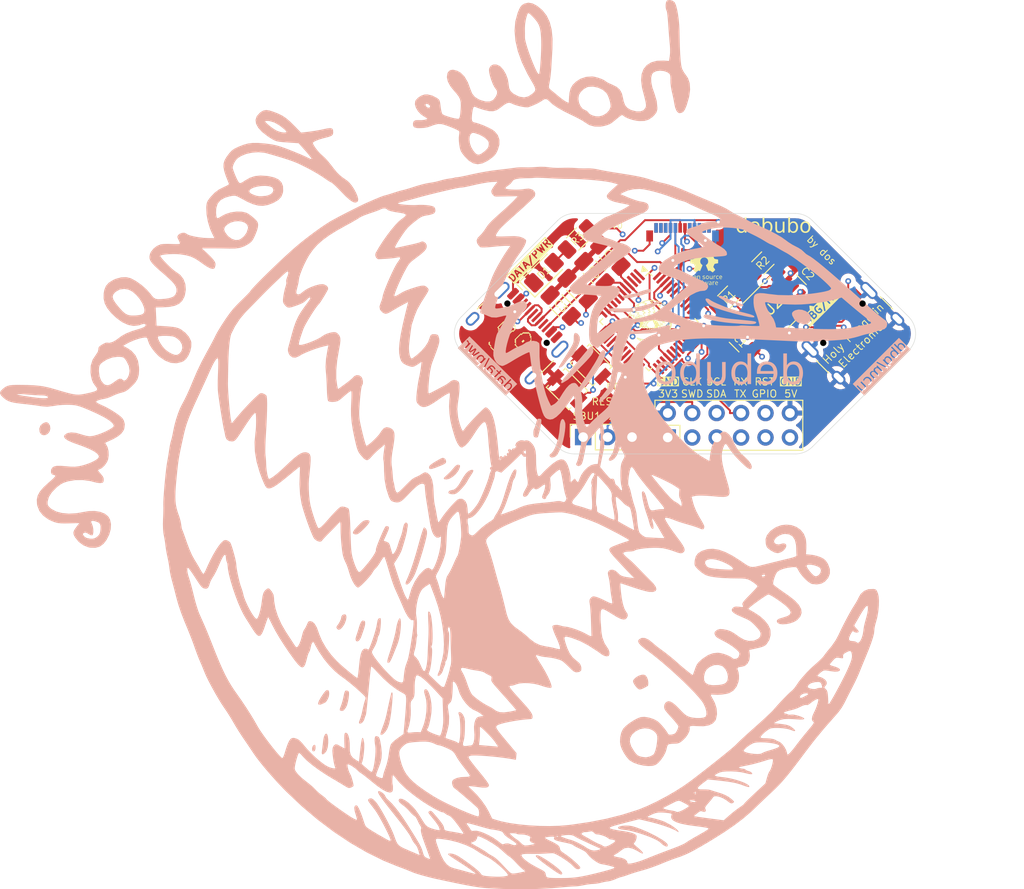
<source format=kicad_pcb>
(kicad_pcb
	(version 20240108)
	(generator "pcbnew")
	(generator_version "8.0")
	(general
		(thickness 1.6)
		(legacy_teardrops no)
	)
	(paper "A4")
	(layers
		(0 "F.Cu" signal)
		(1 "In1.Cu" signal)
		(2 "In2.Cu" signal)
		(31 "B.Cu" signal)
		(32 "B.Adhes" user "B.Adhesive")
		(33 "F.Adhes" user "F.Adhesive")
		(34 "B.Paste" user)
		(35 "F.Paste" user)
		(36 "B.SilkS" user "B.Silkscreen")
		(37 "F.SilkS" user "F.Silkscreen")
		(38 "B.Mask" user)
		(39 "F.Mask" user)
		(40 "Dwgs.User" user "User.Drawings")
		(41 "Cmts.User" user "User.Comments")
		(42 "Eco1.User" user "User.Eco1")
		(43 "Eco2.User" user "User.Eco2")
		(44 "Edge.Cuts" user)
		(45 "Margin" user)
		(46 "B.CrtYd" user "B.Courtyard")
		(47 "F.CrtYd" user "F.Courtyard")
		(48 "B.Fab" user)
		(49 "F.Fab" user)
		(50 "User.1" user)
		(51 "User.2" user)
		(52 "User.3" user)
		(53 "User.4" user)
		(54 "User.5" user)
		(55 "User.6" user)
		(56 "User.7" user)
		(57 "User.8" user)
		(58 "User.9" user)
	)
	(setup
		(stackup
			(layer "F.SilkS"
				(type "Top Silk Screen")
				(color "White")
			)
			(layer "F.Paste"
				(type "Top Solder Paste")
			)
			(layer "F.Mask"
				(type "Top Solder Mask")
				(color "Green")
				(thickness 0.01)
			)
			(layer "F.Cu"
				(type "copper")
				(thickness 0.035)
			)
			(layer "dielectric 1"
				(type "prepreg")
				(color "FR4 natural")
				(thickness 0.1)
				(material "FR4")
				(epsilon_r 4.5)
				(loss_tangent 0.02)
			)
			(layer "In1.Cu"
				(type "copper")
				(thickness 0.035)
			)
			(layer "dielectric 2"
				(type "core")
				(thickness 1.24)
				(material "FR4")
				(epsilon_r 4.5)
				(loss_tangent 0.02)
			)
			(layer "In2.Cu"
				(type "copper")
				(thickness 0.035)
			)
			(layer "dielectric 3"
				(type "prepreg")
				(thickness 0.1)
				(material "FR4")
				(epsilon_r 4.5)
				(loss_tangent 0.02)
			)
			(layer "B.Cu"
				(type "copper")
				(thickness 0.035)
			)
			(layer "B.Mask"
				(type "Bottom Solder Mask")
				(color "Green")
				(thickness 0.01)
			)
			(layer "B.Paste"
				(type "Bottom Solder Paste")
			)
			(layer "B.SilkS"
				(type "Bottom Silk Screen")
				(color "White")
			)
			(copper_finish "None")
			(dielectric_constraints no)
		)
		(pad_to_mask_clearance 0)
		(allow_soldermask_bridges_in_footprints no)
		(pcbplotparams
			(layerselection 0x00010fc_ffffffff)
			(plot_on_all_layers_selection 0x0000000_00000000)
			(disableapertmacros no)
			(usegerberextensions no)
			(usegerberattributes yes)
			(usegerberadvancedattributes yes)
			(creategerberjobfile yes)
			(dashed_line_dash_ratio 12.000000)
			(dashed_line_gap_ratio 3.000000)
			(svgprecision 4)
			(plotframeref no)
			(viasonmask no)
			(mode 1)
			(useauxorigin no)
			(hpglpennumber 1)
			(hpglpenspeed 20)
			(hpglpendiameter 15.000000)
			(pdf_front_fp_property_popups yes)
			(pdf_back_fp_property_popups yes)
			(dxfpolygonmode yes)
			(dxfimperialunits yes)
			(dxfusepcbnewfont yes)
			(psnegative no)
			(psa4output no)
			(plotreference yes)
			(plotvalue yes)
			(plotfptext yes)
			(plotinvisibletext no)
			(sketchpadsonfab no)
			(subtractmaskfromsilk no)
			(outputformat 1)
			(mirror no)
			(drillshape 1)
			(scaleselection 1)
			(outputdirectory "")
		)
	)
	(net 0 "")
	(net 1 "SHIELD")
	(net 2 "unconnected-(U1A-PA6-Pad17)")
	(net 3 "unconnected-(U1A-PB14-Pad26)")
	(net 4 "unconnected-(U1A-PA7-Pad18)")
	(net 5 "GND")
	(net 6 "unconnected-(U1A-PF1-OSC_OUT-Pad9)")
	(net 7 "D+")
	(net 8 "D-")
	(net 9 "unconnected-(U1A-PB2-Pad21)")
	(net 10 "VBUS")
	(net 11 "unconnected-(U1A-PA4-Pad15)")
	(net 12 "unconnected-(U1A-PB4-Pad43)")
	(net 13 "unconnected-(U1A-PF0-OSC_IN-Pad8)")
	(net 14 "PD2_CC1")
	(net 15 "unconnected-(U1A-PB0-Pad19)")
	(net 16 "unconnected-(U1A-PB13-Pad25)")
	(net 17 "unconnected-(U1A-PC14-OSC32_IN-Pad2)")
	(net 18 "unconnected-(U1A-PA5-Pad16)")
	(net 19 "unconnected-(U1A-PC7-Pad31)")
	(net 20 "PD2_CC2")
	(net 21 "DBG_VBUS")
	(net 22 "DBG_D-")
	(net 23 "DBG_D+")
	(net 24 "Net-(J2-CC1)")
	(net 25 "Net-(J2-CC2)")
	(net 26 "SBU1")
	(net 27 "PD1_CC2")
	(net 28 "unconnected-(U1A-PB9-Pad48)")
	(net 29 "unconnected-(U1A-PA12[PA10]-Pad34)")
	(net 30 "unconnected-(U1A-PB12-Pad24)")
	(net 31 "unconnected-(U1A-PC13-Pad1)")
	(net 32 "PD1_CC1")
	(net 33 "unconnected-(U1A-PB8-Pad47)")
	(net 34 "SBU2")
	(net 35 "I2C_SCL")
	(net 36 "RESET")
	(net 37 "unconnected-(U1A-PB3-Pad42)")
	(net 38 "unconnected-(U1A-PC15-OSC32_OUT-Pad3)")
	(net 39 "SWDIO")
	(net 40 "I2C_SDA")
	(net 41 "BOOT")
	(net 42 "unconnected-(U1A-PB5-Pad44)")
	(net 43 "STM_RX")
	(net 44 "unconnected-(U1A-PB1-Pad20)")
	(net 45 "V3")
	(net 46 "STM_TX")
	(net 47 "Net-(U1B-VREF+)")
	(net 48 "Net-(D1-A)")
	(net 49 "GPIO")
	(net 50 "LED")
	(footprint "Capacitor_SMD:C_1206_3216Metric_Pad1.33x1.80mm_HandSolder" (layer "F.Cu") (at 132.0951 89.5951 -45))
	(footprint "Connector_USB:USB_C_Receptacle_HCTL_HC-TYPE-C-16P-01A" (layer "F.Cu") (at 123.25 96.75 -45))
	(footprint "Capacitor_SMD:C_1206_3216Metric_Pad1.33x1.80mm_HandSolder" (layer "F.Cu") (at 130.3451 91.3451 135))
	(footprint "Capacitor_SMD:C_1206_3216Metric_Pad1.33x1.80mm_HandSolder" (layer "F.Cu") (at 147.25 96.75 135))
	(footprint "LOGO" (layer "F.Cu") (at 123.25 96.75 -45))
	(footprint "Capacitor_SMD:C_1206_3216Metric_Pad1.33x1.80mm_HandSolder" (layer "F.Cu") (at 154.25 89.75 135))
	(footprint "Capacitor_SMD:C_1206_3216Metric_Pad1.33x1.80mm_HandSolder" (layer "F.Cu") (at 133.75 87.8951 135))
	(footprint "Package_QFP:LQFP-48_7x7mm_P0.5mm" (layer "F.Cu") (at 137.75 94.75 -45))
	(footprint "Resistor_SMD:R_1206_3216Metric_Pad1.30x1.75mm_HandSolder" (layer "F.Cu") (at 149.596016 88.653984 45))
	(footprint "LOGO"
		(layer "F.Cu")
		(uuid "4785eff3-e543-4da4-b599-ea83da64dc85")
		(at 137.721624 94.35644)
		(property "Reference" "GPANG"
			(at 0 0 360)
			(layer "F.SilkS")
			(hide yes)
			(uuid "97468709-a4d4-4dba-b48b-3ea4b6fea43f")
			(effects
				(font
					(size 1.5 1.5)
					(thickness 0.3)
				)
			)
		)
		(property "Value" "LOGO"
			(at 0.75 0 360)
			(layer "F.SilkS")
			(hide yes)
			(uuid "6daeae5d-edac-4c57-9798-fda9de553c26")
			(effects
				(font
					(size 1.5 1.5)
					(thickness 0.3)
				)
			)
		)
		(property "Footprint" "LOGO"
			(at 0 0 0)
			(unlocked yes)
			(layer "F.Fab")
			(hide yes)
			(uuid "f22c43c4-e540-4514-ae0e-6121c9681813")
			(effects
				(font
					(size 1.27 1.27)
					(thickness 0.15)
				)
			)
		)
		(property "Datasheet" ""
			(at 0 0 0)
			(unlocked yes)
			(layer "F.Fab")
			(hide yes)
			(uuid "fc718c03-6242-424a-afe7-693a5f74999c")
			(effects
				(font
					(size 1.27 1.27)
					(thickness 0.15)
				)
			)
		)
		(property "Description" ""
			(at 0 0 0)
			(unlocked yes)
			(layer "F.Fab")
			(hide yes)
			(uuid "b837c190-3137-441e-b8ad-e8a1ef3dd34a")
			(effects
				(font
					(size 1.27 1.27)
					(thickness 0.15)
				)
			)
		)
		(attr board_only exclude_from_pos_files exclude_from_bom)
		(fp_poly
			(pts
				(xy 2.093733 0.587019) (xy 2.103678 0.595358) (xy 2.109433 0.604975) (xy 2.109011 0.610894) (xy 2.101548 0.616413)
				(xy 2.091148 0.612209) (xy 2.083789 0.605688) (xy 2.074338 0.593558) (xy 2.074319 0.58593) (xy 2.082928 0.583461)
			)
			(stroke
				(width 0)
				(type solid)
			)
			(fill solid)
			(layer "F.SilkS")
			(uuid "ac657206-7708-43c0-a1e8-c783de963f3a")
		)
		(fp_poly
			(pts
				(xy -1.932415 0.436049) (xy -1.925149 0.445848) (xy -1.923187 0.450927) (xy -1.917452 0.479205)
				(xy -1.921547 0.502697) (xy -1.926811 0.511926) (xy -1.936295 0.525842) (xy -1.942654 0.536292)
				(xy -1.953549 0.545756) (xy -1.969758 0.549436) (xy -1.986971 0.547105) (xy -2.000121 0.539323)
				(xy -2.009805 0.522618) (xy -2.011184 0.502562) (xy -2.005499 0.481498) (xy -1.993991 0.461765)
				(xy -1.977899 0.445707) (xy -1.958466 0.435664) (xy -1.944024 0.433465)
			)
			(stroke
				(width 0)
				(type solid)
			)
			(fill solid)
			(layer "F.SilkS")
			(uuid "1ebe9809-4fe8-4c80-ad44-ce21a3ff5c95")
		)
		(fp_poly
			(pts
				(xy 0.291162 -0.18097) (xy 0.305685 -0.178322) (xy 0.32908 -0.174645) (xy 0.354861 -0.172493) (xy 0.364242 -0.17226)
				(xy 0.383564 -0.17141) (xy 0.392622 -0.168339) (xy 0.392171 -0.162265) (xy 0.383209 -0.152623) (xy 0.367257 -0.144378)
				(xy 0.34474 -0.140389) (xy 0.319403 -0.140772) (xy 0.294995 -0.145644) (xy 0.284784 -0.149575) (xy 0.268497 -0.158373)
				(xy 0.262059 -0.16572) (xy 0.264617 -0.173162) (xy 0.269293 -0.177642) (xy 0.277661 -0.181298)
			)
			(stroke
				(width 0)
				(type solid)
			)
			(fill solid)
			(layer "F.SilkS")
			(uuid "219769a4-c93b-43b4-a94a-8eebe24ec2ae")
		)
		(fp_poly
			(pts
				(xy 1.821885 0.375303) (xy 1.845162 0.381754) (xy 1.854544 0.384657) (xy 1.878995 0.393796) (xy 1.892572 0.402369)
				(xy 1.89522 0.410274) (xy 1.886887 0.417409) (xy 1.874021 0.422022) (xy 1.859689 0.425906) (xy 1.850723 0.426988)
				(xy 1.841688 0.425099) (xy 1.828698 0.420612) (xy 1.813897 0.412722) (xy 1.801074 0.401406) (xy 1.792672 0.389451)
				(xy 1.791134 0.379644) (xy 1.791716 0.378415) (xy 1.797033 0.373819) (xy 1.806466 0.372719)
			)
			(stroke
				(width 0)
				(type solid)
			)
			(fill solid)
			(layer "F.SilkS")
			(uuid "2976cb09-dd76-4521-8f9e-39d240b55eb0")
		)
		(fp_poly
			(pts
				(xy 0.987596 -0.2862) (xy 0.993506 -0.285602) (xy 1.020791 -0.281808) (xy 1.037653 -0.276844) (xy 1.044762 -0.270205)
				(xy 1.042787 -0.261388) (xy 1.036218 -0.253508) (xy 1.029685 -0.248883) (xy 1.020052 -0.246328)
				(xy 1.005136 -0.245685) (xy 0.982751 -0.246796) (xy 0.9641 -0.248303) (xy 0.937224 -0.251982) (xy 0.921243 -0.257445)
				(xy 0.916065 -0.264782) (xy 0.9216 -0.274081) (xy 0.931031 -0.281306) (xy 0.939621 -0.285765) (xy 0.949999 -0.287935)
				(xy 0.965035 -0.288014)
			)
			(stroke
				(width 0)
				(type solid)
			)
			(fill solid)
			(layer "F.SilkS")
			(uuid "a1f3aeea-364e-44a6-9f33-acc2d70590f8")
		)
		(fp_poly
			(pts
				(xy 1.433889 0.081229) (xy 1.437538 0.084741) (xy 1.446012 0.09153) (xy 1.461055 0.098914) (xy 1.47839 0.105067)
				(xy 1.491993 0.107996) (xy 1.501064 0.113136) (xy 1.503106 0.122709) (xy 1.500918 0.132624) (xy 1.492209 0.136835)
				(xy 1.486436 0.137543) (xy 1.471083 0.136057) (xy 1.452373 0.130656) (xy 1.445713 0.127894) (xy 1.425516 0.116454)
				(xy 1.411517 0.104182) (xy 1.405188 0.092721) (xy 1.407025 0.084741) (xy 1.417199 0.078697) (xy 1.422937 0.077795)
			)
			(stroke
				(width 0)
				(type solid)
			)
			(fill solid)
			(layer "F.SilkS")
			(uuid "6b006c0c-942b-4a76-8d3f-47ad988798a7")
		)
		(fp_poly
			(pts
				(xy 1.98597 0.578947) (xy 1.999716 0.586146) (xy 2.015612 0.598914) (xy 2.018323 0.60152) (xy 2.035036 0.617572)
				(xy 2.051841 0.633055) (xy 2.060257 0.640461) (xy 2.073606 0.653431) (xy 2.077198 0.661703) (xy 2.071022 0.665921)
				(xy 2.059784 0.666812) (xy 2.042286 0.663123) (xy 2.023211 0.65116) (xy 2.018502 0.647268) (xy 2.001906 0.631055)
				(xy 1.987336 0.613288) (xy 1.976889 0.596854) (xy 1.972664 0.584638) (xy 1.972653 0.584194) (xy 1.976305 0.578052)
			)
			(stroke
				(width 0)
				(type solid)
			)
			(fill solid)
			(layer "F.SilkS")
			(uuid "30d1cda9-4e39-43c1-8c94-f16a6dbcccdc")
		)
		(fp_poly
			(pts
				(xy 1.360202 0.18516) (xy 1.378611 0.193839) (xy 1.392034 0.202524) (xy 1.41137 0.215377) (xy 1.430826 0.227522)
				(xy 1.440593 0.233199) (xy 1.455701 0.244315) (xy 1.461418 0.255232) (xy 1.461431 0.255724) (xy 1.457244 0.264409)
				(xy 1.446039 0.26658) (xy 1.429843 0.262176) (xy 1.419668 0.257) (xy 1.395418 0.24271) (xy 1.378606 0.232563)
				(xy 1.367037 0.22516) (xy 1.358518 0.2191) (xy 1.351383 0.213422) (xy 1.341313 0.201336) (xy 1.340855 0.192584)
				(xy 1.347848 0.184787)
			)
			(stroke
				(width 0)
				(type solid)
			)
			(fill solid)
			(layer "F.SilkS")
			(uuid "c0b9abc3-53e5-4895-a3cd-2521847c850b")
		)
		(fp_poly
			(pts
				(xy 0.413586 -0.283612) (xy 0.414676 -0.282817) (xy 0.421077 -0.27524) (xy 0.419885 -0.268359) (xy 0.410173 -0.261336)
				(xy 0.39101 -0.253331) (xy 0.376471 -0.248327) (xy 0.351583 -0.240272) (xy 0.334994 -0.235608) (xy 0.324499 -0.234101)
				(xy 0.317891 -0.23552) (xy 0.312963 -0.23963) (xy 0.311401 -0.241453) (xy 0.306511 -0.254333) (xy 0.310187 -0.266879)
				(xy 0.316736 -0.272492) (xy 0.326101 -0.275344) (xy 0.342994 -0.278954) (xy 0.363929 -0.282587)
				(xy 0.366055 -0.282914) (xy 0.389798 -0.285914) (xy 0.404926 -0.286148)
			)
			(stroke
				(width 0)
				(type solid)
			)
			(fill solid)
			(layer "F.SilkS")
			(uuid "ce4f3cb3-bef1-4aea-9e48-3a9138344b38")
		)
		(fp_poly
			(pts
				(xy 1.465457 2.002335) (xy 1.466299 2.012863) (xy 1.463751 2.032398) (xy 1.457782 2.061456) (xy 1.448391 2.10045)
				(xy 1.439302 2.135626) (xy 1.432071 2.161223) (xy 1.426245 2.178531) (xy 1.421372 2.188842) (xy 1.416998 2.193446)
				(xy 1.415587 2.193934) (xy 1.409002 2.192961) (xy 1.406238 2.185056) (xy 1.405863 2.175565) (xy 1.407516 2.157252)
				(xy 1.411981 2.132822) (xy 1.418517 2.104896) (xy 1.426384 2.076095) (xy 1.43484 2.049041) (xy 1.443145 2.026356)
				(xy 1.450557 2.010661) (xy 1.453717 2.006232) (xy 1.461253 2.000297)
			)
			(stroke
				(width 0)
				(type solid)
			)
			(fill solid)
			(layer "F.SilkS")
			(uuid "75941cb2-c3a2-4af2-b84f-9d45d51ae054")
		)
		(fp_poly
			(pts
				(xy -1.646773 0.06286) (xy -1.647219 0.069096) (xy -1.651096 0.082747) (xy -1.657409 0.101035) (xy -1.665165 0.12118)
				(xy -1.673369 0.140405) (xy -1.678071 0.1503) (xy -1.690145 0.170935) (xy -1.703588 0.188594) (xy -1.716348 0.200931)
				(xy -1.726375 0.2056) (xy -1.726417 0.2056) (xy -1.733136 0.203819) (xy -1.733713 0.202686) (xy -1.730957 0.196903)
				(xy -1.723687 0.184336) (xy -1.713393 0.167553) (xy -1.711899 0.165178) (xy -1.698673 0.142274)
				(xy -1.686187 0.11746) (xy -1.678352 0.099148) (xy -1.669389 0.079714) (xy -1.659885 0.066528) (xy -1.651271 0.061234)
			)
			(stroke
				(width 0)
				(type solid)
			)
			(fill solid)
			(layer "F.SilkS")
			(uuid "9e7d9363-affc-47c0-b36b-875cde412a35")
		)
		(fp_poly
			(pts
				(xy 1.723499 0.456051) (xy 1.739203 0.467998) (xy 1.743829 0.471833) (xy 1.762782 0.486328) (xy 1.782952 0.499741)
				(xy 1.793448 0.505734) (xy 1.809096 0.514494) (xy 1.815802 0.520953) (xy 1.814859 0.527138) (xy 1.810396 0.532338)
				(xy 1.804117 0.537064) (xy 1.796134 0.53802) (xy 1.782841 0.535264) (xy 1.774381 0.532889) (xy 1.761489 0.526592)
				(xy 1.744364 0.514893) (xy 1.726611 0.500266) (xy 1.725829 0.499555) (xy 1.709979 0.484461) (xy 1.701436 0.474265)
				(xy 1.698853 0.466892) (xy 1.700636 0.460717) (xy 1.706278 0.452942) (xy 1.713212 0.451209)
			)
			(stroke
				(width 0)
				(type solid)
			)
			(fill solid)
			(layer "F.SilkS")
			(uuid "ab5a3f2e-d8c6-4a58-93da-27bef9253d04")
		)
		(fp_poly
			(pts
				(xy -0.282151 -0.070954) (xy -0.269412 -0.062244) (xy -0.254826 -0.052441) (xy -0.243916 -0.045979)
				(xy -0.240111 -0.044454) (xy -0.231681 -0.040297) (xy -0.220931 -0.030318) (xy -0.211208 -0.018253)
				(xy -0.205861 -0.00784) (xy -0.205601 -0.005927) (xy -0.209338 0.002826) (xy -0.217344 0.009681)
				(xy -0.224115 0.010705) (xy -0.228743 0.007533) (xy -0.239967 -0.000382) (xy -0.255126 -0.011162)
				(xy -0.273362 -0.024805) (xy -0.289987 -0.038304) (xy -0.299417 -0.046837) (xy -0.308417 -0.056701)
				(xy -0.310015 -0.062999) (xy -0.304999 -0.069681) (xy -0.304142 -0.070543) (xy -0.298052 -0.075501)
				(xy -0.291743 -0.075882)
			)
			(stroke
				(width 0)
				(type solid)
			)
			(fill solid)
			(layer "F.SilkS")
			(uuid "2064a8c6-da98-440b-82ba-6b895f9443d5")
		)
		(fp_poly
			(pts
				(xy 1.502965 0.647207) (xy 1.51445 0.655298) (xy 1.533024 0.669195) (xy 1.559134 0.689234) (xy 1.593224 0.715752)
				(xy 1.613008 0.731236) (xy 1.633292 0.745746) (xy 1.658081 0.761536) (xy 1.680923 0.774594) (xy 1.699194 0.78506)
				(xy 1.712858 0.794381) (xy 1.719527 0.800884) (xy 1.71982 0.801857) (xy 1.715135 0.807802) (xy 1.702904 0.809675)
				(xy 1.685868 0.807614) (xy 1.666767 0.801756) (xy 1.660132 0.79885) (xy 1.637266 0.785403) (xy 1.609897 0.764578)
				(xy 1.5774 0.73585) (xy 1.539147 0.698695) (xy 1.532732 0.692218) (xy 1.512594 0.671228) (xy 1.500216 0.656836)
				(xy 1.495038 0.648272) (xy 1.4965 0.644766) (xy 1.498122 0.644585)
			)
			(stroke
				(width 0)
				(type solid)
			)
			(fill solid)
			(layer "F.SilkS")
			(uuid "8c4e9124-530b-4685-a3a7-5ca136c6afa3")
		)
		(fp_poly
			(pts
				(xy -0.394818 0.026768) (xy -0.378783 0.039138) (xy -0.367441 0.050654) (xy -0.343563 0.074357)
				(xy -0.317013 0.096232) (xy -0.289697 0.115134) (xy -0.26352 0.129913) (xy -0.240386 0.139424) (xy -0.2222 0.142518)
				(xy -0.216446 0.141612) (xy -0.207342 0.142927) (xy -0.202548 0.150711) (xy -0.203924 0.160593)
				(xy -0.206786 0.164315) (xy -0.224012 0.173494) (xy -0.24403 0.173072) (xy -0.250055 0.170978) (xy -0.263018 0.165368)
				(xy -0.281211 0.157457) (xy -0.29323 0.152216) (xy -0.310503 0.142602) (xy -0.331629 0.127821) (xy -0.354228 0.109912)
				(xy -0.375919 0.09091) (xy -0.394321 0.072852) (xy -0.407055 0.057775) (xy -0.410668 0.051741) (xy -0.416283 0.034388)
				(xy -0.414735 0.024422) (xy -0.407191 0.021872)
			)
			(stroke
				(width 0)
				(type solid)
			)
			(fill solid)
			(layer "F.SilkS")
			(uuid "fec170a4-69cc-467a-8e5e-3f1a230f8936")
		)
		(fp_poly
			(pts
				(xy 0.265586 -0.103844) (xy 0.29326 -0.096543) (xy 0.313957 -0.088909) (xy 0.34638 -0.077656) (xy 0.371124 -0.07296)
				(xy 0.389405 -0.074712) (xy 0.400832 -0.081247) (xy 0.4117 -0.086687) (xy 0.422103 -0.085908) (xy 0.427707 -0.079476)
				(xy 0.427871 -0.077717) (xy 0.424252 -0.070049) (xy 0.41542 -0.059305) (xy 0.414232 -0.058094) (xy 0.403453 -0.050048)
				(xy 0.389706 -0.045864) (xy 0.370733 -0.045332) (xy 0.344281 -0.048245) (xy 0.330797 -0.050379)
				(xy 0.312194 -0.054198) (xy 0.296683 -0.058589) (xy 0.2919 -0.060495) (xy 0.280424 -0.064974) (xy 0.26271 -0.070736)
				(xy 0.248665 -0.074828) (xy 0.228386 -0.081441) (xy 0.21862 -0.087481) (xy 0.218832 -0.093579) (xy 0.227462 -0.099827)
				(xy 0.244201 -0.104869)
			)
			(stroke
				(width 0)
				(type solid)
			)
			(fill solid)
			(layer "F.SilkS")
			(uuid "aa57f71c-03df-4b13-9366-b692924adf74")
		)
		(fp_poly
			(pts
				(xy 0.688605 -0.011353) (xy 0.701975 -0.003788) (xy 0.721271 0.008305) (xy 0.744938 0.023957) (xy 0.767458 0.039424)
				(xy 0.826809 0.080025) (xy 0.878204 0.113407) (xy 0.921964 0.139766) (xy 0.958407 0.159302) (xy 0.968927 0.164305)
				(xy 0.987478 0.174007) (xy 0.996063 0.181753) (xy 0.996564 0.18643) (xy 0.988945 0.192856) (xy 0.973157 0.19307)
				(xy 0.948848 0.187033) (xy 0.924315 0.178183) (xy 0.907592 0.170196) (xy 0.883899 0.156993) (xy 0.855265 0.139887)
				(xy 0.823714 0.120187) (xy 0.791275 0.099205) (xy 0.759973 0.078252) (xy 0.731836 0.058637) (xy 0.70889 0.041673)
				(xy 0.693207 0.028711) (xy 0.682906 0.015382) (xy 0.678041 0.001283) (xy 0.679499 -0.010023) (xy 0.682717 -0.013419)
			)
			(stroke
				(width 0)
				(type solid)
			)
			(fill solid)
			(layer "F.SilkS")
			(uuid "8db06e1b-b52d-4d45-93b6-869ea0c98fa3")
		)
		(fp_poly
			(pts
				(xy 1.174462 0.325643) (xy 1.189649 0.334338) (xy 1.206815 0.346341) (xy 1.222795 0.359614) (xy 1.223649 0.360408)
				(xy 1.241211 0.375015) (xy 1.267123 0.393982) (xy 1.299981 0.416348) (xy 1.338381 0.441148) (xy 1.369781 0.46065)
				(xy 1.388205 0.473468) (xy 1.397243 0.483444) (xy 1.396588 0.49006) (xy 1.388732 0.492601) (xy 1.380305 0.490502)
				(xy 1.365211 0.484199) (xy 1.34645 0.474968) (xy 1.343023 0.473152) (xy 1.319133 0.460353) (xy 1.293981 0.446883)
				(xy 1.274581 0.436499) (xy 1.256804 0.425398) (xy 1.237379 0.410686) (xy 1.217639 0.393743) (xy 1.198918 0.375952)
				(xy 1.182547 0.358694) (xy 1.169859 0.343349) (xy 1.162187 0.331301) (xy 1.160864 0.32393) (xy 1.164419 0.322293)
			)
			(stroke
				(width 0)
				(type solid)
			)
			(fill solid)
			(layer "F.SilkS")
			(uuid "2a39b8c1-5611-4ea6-845e-23816d860d9a")
		)
		(fp_poly
			(pts
				(xy -0.827971 -0.209095) (xy -0.813612 -0.207488) (xy -0.792779 -0.20421) (xy -0.764276 -0.199139)
				(xy -0.726905 -0.192155) (xy -0.694597 -0.186018) (xy -0.661235 -0.17971) (xy -0.629973 -0.173885)
				(xy -0.603147 -0.168972) (xy -0.583096 -0.1654) (xy -0.573737 -0.163832) (xy -0.557549 -0.159956)
				(xy -0.550571 -0.155243) (xy -0.553519 -0.150501) (xy -0.559845 -0.148114) (xy -0.597189 -0.142649)
				(xy -0.639029 -0.144932) (xy -0.657216 -0.147259) (xy -0.682781 -0.150142) (xy -0.712031 -0.153178)
				(xy -0.735631 -0.15545) (xy -0.762647 -0.158354) (xy -0.786464 -0.16166) (xy -0.804391 -0.164948)
				(xy -0.813426 -0.167622) (xy -0.833021 -0.180726) (xy -0.843328 -0.194579) (xy -0.844629 -0.201246)
				(xy -0.844187 -0.205107) (xy -0.842061 -0.207783) (xy -0.837055 -0.209153)
			)
			(stroke
				(width 0)
				(type solid)
			)
			(fill solid)
			(layer "F.SilkS")
			(uuid "7846a38d-13d3-45fb-b3b8-ac7eea47cadf")
		)
		(fp_poly
			(pts
				(xy -1.572707 0.027122) (xy -1.570004 0.03947) (xy -1.569862 0.055766) (xy -1.572529 0.072099) (xy -1.578621 0.086904)
				(xy -1.590379 0.108737) (xy -1.60667 0.135838) (xy -1.626363 0.166442) (xy -1.648325 0.198788) (xy -1.671424 0.231112)
				(xy -1.693067 0.259779) (xy -1.71196 0.283295) (xy -1.725372 0.298073) (xy -1.733949 0.304646) (xy -1.738337 0.303548)
				(xy -1.739269 0.297894) (xy -1.736202 0.289467) (xy -1.72826 0.275608) (xy -1.719869 0.263164) (xy -1.696231 0.230008)
				(xy -1.677712 0.203286) (xy -1.662753 0.180553) (xy -1.64979 0.159362) (xy -1.637263 0.137269) (xy -1.62535 0.11512)
				(xy -1.613257 0.091375) (xy -1.603425 0.070364) (xy -1.596921 0.054484) (xy -1.594793 0.046475)
				(xy -1.591477 0.034326) (xy -1.583837 0.024764) (xy -1.577614 0.022227)
			)
			(stroke
				(width 0)
				(type solid)
			)
			(fill solid)
			(layer "F.SilkS")
			(uuid "30de9b28-1281-4ef3-b6e0-8562456619fa")
		)
		(fp_poly
			(pts
				(xy -1.189611 -0.319266) (xy -1.188677 -0.318487) (xy -1.189128 -0.312144) (xy -1.196811 -0.302514)
				(xy -1.209254 -0.291725) (xy -1.223985 -0.281907) (xy -1.238533 -0.275191) (xy -1.23916 -0.27499)
				(xy -1.252771 -0.269223) (xy -1.26941 -0.260248) (xy -1.27378 -0.257578) (xy -1.28833 -0.249498)
				(xy -1.299993 -0.2449) (xy -1.302625 -0.244498) (xy -1.311854 -0.241577) (xy -1.313766 -0.239605)
				(xy -1.322097 -0.234348) (xy -1.335431 -0.231615) (xy -1.347767 -0.232383) (xy -1.350648 -0.233603)
				(xy -1.35435 -0.240964) (xy -1.353275 -0.244173) (xy -1.345818 -0.250142) (xy -1.331071 -0.258206)
				(xy -1.312263 -0.266877) (xy -1.292623 -0.274667) (xy -1.275381 -0.280088) (xy -1.275279 -0.280113)
				(xy -1.258987 -0.286437) (xy -1.24252 -0.296024) (xy -1.241938 -0.296444) (xy -1.217804 -0.312341)
				(xy -1.200273 -0.319985)
			)
			(stroke
				(width 0)
				(type solid)
			)
			(fill solid)
			(layer "F.SilkS")
			(uuid "e3156611-c05e-4ac7-b329-8a1839c879ca")
		)
		(fp_poly
			(pts
				(xy -1.067143 -0.312935) (xy -1.0669 -0.310476) (xy -1.070969 -0.303113) (xy -1.081936 -0.290616)
				(xy -1.097943 -0.274693) (xy -1.117132 -0.257051) (xy -1.137644 -0.239399) (xy -1.157621 -0.223445)
				(xy -1.175204 -0.210898) (xy -1.175257 -0.210864) (xy -1.192876 -0.199202) (xy -1.207348 -0.189279)
				(xy -1.21561 -0.183196) (xy -1.21572 -0.183103) (xy -1.229129 -0.174514) (xy -1.248076 -0.165941)
				(xy -1.270278 -0.15798) (xy -1.293455 -0.151228) (xy -1.315325 -0.146281) (xy -1.333607 -0.143737)
				(xy -1.346019 -0.14419) (xy -1.350296 -0.14791) (xy -1.345445 -0.151808) (xy -1.332258 -0.158674)
				(xy -1.312784 -0.167518) (xy -1.290531 -0.176772) (xy -1.227823 -0.205464) (xy -1.174177 -0.238052)
				(xy -1.127911 -0.275587) (xy -1.11954 -0.283637) (xy -1.099388 -0.301926) (xy -1.083318 -0.313221)
				(xy -1.072261 -0.317049)
			)
			(stroke
				(width 0)
				(type solid)
			)
			(fill solid)
			(layer "F.SilkS")
			(uuid "10b1cf3e-69a6-4d0a-bd43-e0bd2cf87a8a")
		)
		(fp_poly
			(pts
				(xy 0.961002 2.19818) (xy 0.959021 2.207045) (xy 0.949464 2.220169) (xy 0.941332 2.228564) (xy 0.924047 2.247471)
				(xy 0.904913 2.272271) (xy 0.88511 2.300977) (xy 0.865817 2.331602) (xy 0.848211 2.362159) (xy 0.833472 2.39066)
				(xy 0.822778 2.415117) (xy 0.817309 2.433543) (xy 0.816845 2.438459) (xy 0.815084 2.453361) (xy 0.810737 2.468471)
				(xy 0.805207 2.479914) (xy 0.800394 2.483876) (xy 0.793765 2.480467) (xy 0.790943 2.477978) (xy 0.788761 2.468634)
				(xy 0.791312 2.451295) (xy 0.7979 2.427665) (xy 0.807831 2.399449) (xy 0.820408 2.368349) (xy 0.834938 2.33607)
				(xy 0.850724 2.304315) (xy 0.867073 2.274788) (xy 0.883288 2.249193) (xy 0.885681 2.245776) (xy 0.899308 2.230148)
				(xy 0.916564 2.215089) (xy 0.934338 2.202883) (xy 0.949521 2.195819) (xy 0.954863 2.194924)
			)
			(stroke
				(width 0)
				(type solid)
			)
			(fill solid)
			(layer "F.SilkS")
			(uuid "01551c69-6e29-4c37-a8cb-88ed8f939d3b")
		)
		(fp_poly
			(pts
				(xy -1.495502 0.100126) (xy -1.494772 0.103484) (xy -1.498673 0.115409) (xy -1.509684 0.133577)
				(xy -1.526761 0.156679) (xy -1.548862 0.183402) (xy -1.574944 0.212437) (xy -1.603965 0.242472)
				(xy -1.610261 0.24871) (xy -1.6422 0.279829) (xy -1.667385 0.303622) (xy -1.686722 0.320818) (xy -1.701118 0.332142)
				(xy -1.711479 0.338322) (xy -1.71871 0.340085) (xy -1.722681 0.338913) (xy -1.724723 0.337076) (xy -1.72499 0.334284)
				(xy -1.722709 0.329656) (xy -1.717105 0.322316) (xy -1.707403 0.311384) (xy -1.69283 0.295982) (xy -1.672611 0.275232)
				(xy -1.645972 0.248254) (xy -1.617425 0.219492) (xy -1.597086 0.197609) (xy -1.575244 0.171918)
				(xy -1.556534 0.147876) (xy -1.556081 0.147254) (xy -1.542555 0.128703) (xy -1.531078 0.113133)
				(xy -1.523549 0.103115) (xy -1.522211 0.101411) (xy -1.512855 0.095432) (xy -1.502407 0.095121)
			)
			(stroke
				(width 0)
				(type solid)
			)
			(fill solid)
			(layer "F.SilkS")
			(uuid "696d98d2-0c7a-4ea1-8161-0b6e94a12a6c")
		)
		(fp_poly
			(pts
				(xy -0.800957 -0.329451) (xy -0.790147 -0.317255) (xy -0.783158 -0.308956) (xy -0.776097 -0.302233)
				(xy -0.767288 -0.296312) (xy -0.755058 -0.29042) (xy -0.737732 -0.283782) (xy -0.713638 -0.275624)
				(xy -0.6811 -0.265174) (xy -0.669591 -0.261523) (xy -0.64043 -0.252305) (xy -0.620375 -0.245894)
				(xy -0.607969 -0.241641) (xy -0.601756 -0.2389) (xy -0.600278 -0.237021) (xy -0.602079 -0.235357)
				(xy -0.605702 -0.23326) (xy -0.605844 -0.233171) (xy -0.619146 -0.228769) (xy -0.637705 -0.230093)
				(xy -0.658581 -0.235569) (xy -0.678465 -0.239611) (xy -0.698322 -0.240457) (xy -0.701059 -0.240215)
				(xy -0.713818 -0.239912) (xy -0.727989 -0.242481) (xy -0.745834 -0.248646) (xy -0.769619 -0.259136)
				(xy -0.788944 -0.268426) (xy -0.811628 -0.283447) (xy -0.824373 -0.301065) (xy -0.826656 -0.320492)
				(xy -0.825929 -0.324067) (xy -0.820586 -0.335759) (xy -0.812468 -0.337593)
			)
			(stroke
				(width 0)
				(type solid)
			)
			(fill solid)
			(layer "F.SilkS")
			(uuid "e7bbed64-ffca-404b-a0cf-49fd67e1685b")
		)
		(fp_poly
			(pts
				(xy 0.187374 -1.866634) (xy 0.225124 -1.865443) (xy 0.266749 -1.8636) (xy 0.310744 -1.861217) (xy 0.355604 -1.858406)
				(xy 0.399821 -1.855279) (xy 0.44189 -1.85195) (xy 0.480305 -1.84853) (xy 0.51356 -1.845131) (xy 0.540148 -1.841866)
				(xy 0.558564 -1.838848) (xy 0.567103 -1.83632) (xy 0.573597 -1.835176) (xy 0.589074 -1.833486) (xy 0.611428 -1.831452)
				(xy 0.638552 -1.829276) (xy 0.647833 -1.828587) (xy 0.685621 -1.825287) (xy 0.717737 -1.820965)
				(xy 0.748785 -1.814782) (xy 0.783368 -1.805899) (xy 0.802953 -1.80032) (xy 0.833475 -1.791062) (xy 0.862675 -1.781536)
				(xy 0.88766 -1.772729) (xy 0.905537 -1.76563) (xy 0.908532 -1.76425) (xy 0.924119 -1.757266) (xy 0.947262 -1.747589)
				(xy 0.975094 -1.736387) (xy 1.00475 -1.72483) (xy 1.011332 -1.722319) (xy 1.078644 -1.695375) (xy 1.140656 -1.667415)
				(xy 1.203073 -1.635848) (xy 1.211376 -1.631418) (xy 1.246246 -1.613437) (xy 1.282021 -1.596245)
				(xy 1.315299 -1.581416) (xy 1.342679 -1.570522) (xy 1.344553 -1.569853) (xy 1.369242 -1.559054)
				(xy 1.3992 -1.542756) (xy 1.431387 -1.522835) (xy 1.462759 -1.501171) (xy 1.489214 -1.480538) (xy 1.50819 -1.465073)
				(xy 1.526076 -1.451349) (xy 1.539604 -1.441852) (xy 1.541783 -1.440511) (xy 1.554201 -1.431884)
				(xy 1.571054 -1.418469) (xy 1.588729 -1.403144) (xy 1.589016 -1.402883) (xy 1.608676 -1.385421)
				(xy 1.629361 -1.36769) (xy 1.644804 -1.354974) (xy 1.659428 -1.342432) (xy 1.679459 -1.324019) (xy 1.703268 -1.301357)
				(xy 1.729226 -1.276069) (xy 1.755702 -1.249777) (xy 1.781067 -1.224105) (xy 1.803692 -1.200676)
				(xy 1.821946 -1.181111) (xy 1.8342 -1.167034) (xy 1.836447 -1.164144) (xy 1.847252 -1.15067) (xy 1.8633 -1.132018)
				(xy 1.882125 -1.111014) (xy 1.895407 -1.096665) (xy 1.914762 -1.074785) (xy 1.932796 -1.052147)
				(xy 1.947028 -1.031977) (xy 1.9531 -1.021649) (xy 1.965571 -0.99901) (xy 1.980211 -0.974906) (xy 1.987324 -0.9641)
				(xy 2.000058 -0.944061) (xy 2.01416 -0.919689) (xy 2.02497 -0.899375) (xy 2.037266 -0.876358) (xy 2.05082 -0.853078)
				(xy 2.06141 -0.836514) (xy 2.07324 -0.817388) (xy 2.086165 -0.79357) (xy 2.0959 -0.773433) (xy 2.104999 -0.753627)
				(xy 2.117395 -0.727324) (xy 2.131444 -0.69798) (xy 2.145239 -0.669591) (xy 2.164225 -0.627315) (xy 2.183413 -0.57814)
				(xy 2.201241 -0.526143) (xy 2.205902 -0.511223) (xy 2.217046 -0.47567) (xy 2.229102 -0.438822) (xy 2.240912 -0.404114)
				(xy 2.251319 -0.374984) (xy 2.255486 -0.363969) (xy 2.265771 -0.336612) (xy 2.275591 -0.308928)
				(xy 2.283493 -0.28508) (xy 2.286509 -0.27506) (xy 2.293492 -0.251624) (xy 2.302158 -0.224273) (xy 2.309311 -0.202822)
				(xy 2.317045 -0.176892) (xy 2.325489 -0.142829) (xy 2.334076 -0.103542) (xy 2.342237 -0.061938)
				(xy 2.349406 -0.020926) (xy 2.355013 0.016586) (xy 2.358493 0.047692) (xy 2.358677 0.050011) (xy 2.361489 0.077769)
				(xy 2.36585 0.110633) (xy 2.370971 0.142845) (xy 2.37278 0.152811) (xy 2.377946 0.183286) (xy 2.383137 0.219208)
				(xy 2.387572 0.254938) (xy 2.389386 0.272282) (xy 2.392476 0.30355) (xy 2.395873 0.336181) (xy 2.399078 0.365456)
				(xy 2.400784 0.380133) (xy 2.403696 0.414604) (xy 2.405369 0.457672) (xy 2.405826 0.506892) (xy 2.405092 0.559818)
				(xy 2.403188 0.614007) (xy 2.40014 0.667012) (xy 2.397758 0.697375) (xy 2.38265 0.827937) (xy 2.36058 0.955895)
				(xy 2.331912 1.079982) (xy 2.297012 1.19893) (xy 2.256246 1.31147) (xy 2.20998 1.416334) (xy 2.167049 1.497707)
				(xy 2.15236 1.523619) (xy 2.139149 1.547444) (xy 2.128693 1.56684) (xy 2.122272 1.579466) (xy 2.121547 1.581058)
				(xy 2.114077 1.595017) (xy 2.101298 1.61559) (xy 2.084689 1.640592) (xy 2.065724 1.667836) (xy 2.045883 1.695135)
				(xy 2.032938 1.712233) (xy 1.991344 1.765887) (xy 1.955586 1.811457) (xy 1.924932 1.849828) (xy 1.898652 1.881881)
				(xy 1.876014 1.9085) (xy 1.856286 1.930567) (xy 1.838737 1.948965) (xy 1.828177 1.959351) (xy 1.751173 2.030605)
				(xy 1.67177 2.099455) (xy 1.592344 2.163941) (xy 1.515273 2.222105) (xy 1.475322 2.250296) (xy 1.450577 2.267458)
				(xy 1.42836 2.28318) (xy 1.410666 2.296028) (xy 1.399492 2.304564) (xy 1.397528 2.306235) (xy 1.386779 2.314147)
				(xy 1.370002 2.324515) (xy 1.353838 2.333481) (xy 1.333551 2.345012) (xy 1.314586 2.357254) (xy 1.303827 2.365317)
				(xy 1.28747 2.376925) (xy 1.26765 2.388131) (xy 1.261387 2.391086) (xy 1.243328 2.399997) (xy 1.227438 2.409382)
				(xy 1.223003 2.412534) (xy 1.210095 2.419929) (xy 1.191394 2.427677) (xy 1.178549 2.431857) (xy 1.160697 2.437405)
				(xy 1.147073 2.442424) (xy 1.141916 2.445005) (xy 1.134257 2.448834) (xy 1.119148 2.45504) (xy 1.099646 2.462377)
				(xy 1.096629 2.463463) (xy 1.072079 2.47291) (xy 1.043138 2.485018) (xy 1.015346 2.497454) (xy 1.010499 2.499735)
				(xy 0.985575 2.510594) (xy 0.954373 2.522755) (xy 0.921328 2.534546) (xy 0.897418 2.542322) (xy 0.868344 2.551568)
				(xy 0.839924 2.561115) (xy 0.815614 2.569773) (xy 0.800175 2.575794) (xy 0.775468 2.585436) (xy 0.748639 2.59413)
				(xy 0.718091 2.60224) (xy 0.682227 2.610132) (xy 0.639449 2.61817) (xy 0.588161 2.626717) (xy 0.552899 2.632202)
				(xy 0.46896 2.643625) (xy 0.393258 2.650914) (xy 0.323757 2.65418) (xy 0.258423 2.65353) (xy 0.211157 2.650558)
				(xy 0.187363 2.648735) (xy 0.156282 2.646656) (xy 0.121728 2.644562) (xy 0.087517 2.642694) (xy 0.083351 2.642483)
				(xy 0.052025 2.640526) (xy 0.021544 2.637696) (xy -0.009749 2.633701) (xy -0.043511 2.628248) (xy -0.081401 2.621044)
				(xy -0.125074 2.611799) (xy -0.176189 2.600218) (xy -0.235146 2.586311) (xy -0.325638 2.566173)
				(xy -0.415558 2.549351) (xy -0.510493 2.53481) (xy -0.518599 2.533696) (xy -0.556551 2.527464) (xy -0.588353 2.519494)
				(xy -0.618963 2.508428) (xy -0.632916 2.502415) (xy -0.651401 2.494326) (xy -0.676384 2.483637)
				(xy -0.704077 2.471961) (xy -0.72238 2.464339) (xy -0.750631 2.452184) (xy -0.779473 2.439001) (xy -0.804739 2.426731)
				(xy -0.816846 2.420396) (xy -0.838654 2.408641) (xy -0.8657 2.394342) (xy -0.893301 2.379967) (xy -0.902975 2.374991)
				(xy -0.948631 2.350923) (xy -0.987095 2.32922) (xy -1.017604 2.310356) (xy -1.039393 2.294802) (xy -1.050369 2.284305)
				(xy -0.857139 2.284305) (xy -0.856756 2.294328) (xy -0.848674 2.308559) (xy -0.840584 2.318331)
				(xy -0.829058 2.327871) (xy -0.812247 2.338375) (xy -0.7883 2.35104) (xy -0.766143 2.361907) (xy -0.743122 2.372529)
				(xy -0.715193 2.384708) (xy -0.684259 2.397693) (xy -0.652225 2.410731) (xy -0.620995 2.423067)
				(xy -0.592472 2.43395) (xy -0.568563 2.442626) (xy -0.551169 2.448342) (xy -0.542494 2.450343) (xy -0.540992 2.447164)
				(xy -0.543126 2.44359) (xy -0.56249 2.418607) (xy -0.575605 2.400335) (xy -0.583452 2.387041) (xy -0.584473 2.384155)
				(xy -0.511223 2.384155) (xy -0.506653 2.390338) (xy -0.494711 2.399636) (xy -0.478051 2.410369)
				(xy -0.459327 2.420855) (xy -0.441191 2.429414) (xy -0.437406 2.430925) (xy -0.414701 2.441922)
				(xy -0.400437 2.45393) (xy -0.395707 2.465903) (xy -0.396542 2.469988) (xy -0.397827 2.474595) (xy -0.396548 2.478172)
				(xy -0.391109 2.481274) (xy -0.379918 2.484456) (xy -0.361379 2.488271) (xy -0.333898 2.493274)
				(xy -0.325055 2.494844) (xy -0.294185 2.500608) (xy -0.261655 2.507158) (xy -0.232413 2.51348) (xy -0.219493 2.516499)
				(xy -0.196051 2.521727) (xy -0.174464 2.525716) (xy -0.158795 2.527729) (xy -0.156851 2.527826)
				(xy -0.144808 2.527631) (xy -0.141921 2.524572) (xy -0.146249 2.516378) (xy -0.146598 2.515828)
				(xy -0.15379 2.498814) (xy -0.155595 2.489906) (xy -0.05279 2.489906) (xy -0.048385 2.496768) (xy -0.037237 2.50664)
				(xy -0.022448 2.517374) (xy -0.007116 2.526819) (xy 0.005658 2.532826) (xy 0.010643 2.533887) (xy 0.019119 2.536878)
				(xy 0.033334 2.544679) (xy 0.048557 2.554495) (xy 0.078478 2.575103) (xy 0.168046 2.579575) (xy 0.198469 2.581276)
				(xy 0.224863 2.583095) (xy 0.245287 2.584871) (xy 0.257804 2.586444) (xy 0.26078 2.587279) (xy 0.267557 2.588351)
				(xy 0.281948 2.58786) (xy 0.297287 2.586324) (xy 0.319575 2.584429) (xy 0.347351 2.583324) (xy 0.375003 2.583221)
				(xy 0.37786 2.583281) (xy 0.425093 2.584425) (xy 0.446667 2.561068) (xy 0.531278 2.561068) (xy 0.532266 2.563546)
				(xy 0.537236 2.564466) (xy 0.547559 2.563726) (xy 0.564606 2.56122) (xy 0.589745 2.556846) (xy 0.624348 2.550501)
				(xy 0.626808 2.550045) (xy 0.652242 2.545579) (xy 0.674897 2.542042) (xy 0.691718 2.539888) (xy 0.69814 2.539444)
				(xy 0.70885 2.537631) (xy 0.727295 2.532706) (xy 0.750795 2.525444) (xy 0.774263 2.517473) (xy 0.824357 2.49982)
				(xy 0.866147 2.485308) (xy 0.901749 2.473214) (xy 0.933281 2.462816) (xy 0.952986 2.456502) (xy 0.980538 2.446929)
				(xy 1.006264 2.436469) (xy 1.0284 2.426021) (xy 1.045186 2.416487) (xy 1.054858 2.408764) (xy 1.055895 2.403967)
				(xy 1.050312 2.391153) (xy 1.052616 2.374157) (xy 1.055224 2.369197) (xy 1.135455 2.369197) (xy 1.136779 2.372371)
				(xy 1.142525 2.372741) (xy 1.150491 2.370351) (xy 1.16668 2.363687) (xy 1.189409 2.353506) (xy 1.216992 2.340568)
				(xy 1.247745 2.325629) (xy 1.252949 2.323053) (xy 1.292771 2.302898) (xy 1.324874 2.285597) (xy 1.351753 2.26963)
				(xy 1.375905 2.253473) (xy 1.399825 2.235605) (xy 1.41142 2.226407) (xy 1.43461 2.20745) (xy 1.455989 2.189442)
				(xy 1.473343 2.174285) (xy 1.484455 2.163879) (xy 1.485275 2.163028) (xy 1.494894 2.152062) (xy 1.497608 2.14439)
				(xy 1.494312 2.135389) (xy 1.491569 2.13048) (xy 1.48768 2.122921) (xy 1.486097 2.11578) (xy 1.487291 2.106712)
				(xy 1.491733 2.093373) (xy 1.499892 2.073419) (xy 1.505819 2.059514) (xy 1.51572 2.034001) (xy 1.576667 2.034001)
				(xy 1.603789 2.019818) (xy 1.621628 2.009905) (xy 1.637121 2.00031) (xy 1.643064 1.99609) (xy 1.648647 1.990537)
				(xy 1.652461 1.982762) (xy 1.655023 1.970451) (xy 1.655149 1.969127) (xy 1.671868 1.969127) (xy 1.67398 1.980874)
				(xy 1.677308 1.983767) (xy 1.684277 1.980891) (xy 1.696943 1.973532) (xy 1.705981 1.967681) (xy 1.721324 1.956045)
				(xy 1.740741 1.939469) (xy 1.760638 1.921058) (xy 1.765519 1.916281) (xy 1.782557 1.898941) (xy 1.792827 1.886864)
				(xy 1.797725 1.877777) (xy 1.798652 1.869406) (xy 1.797866 1.86369) (xy 1.79804 1.851373) (xy 1.800999 1.83065)
				(xy 1.80625 1.80373) (xy 1.813299 1.772828) (xy 1.821652 1.740153) (xy 1.830817 1.707917) (xy 1.837076 1.687939)
				(xy 1.843782 1.673023) (xy 1.853032 1.65894) (xy 1.862885 1.647834) (xy 1.8714 1.641848) (xy 1.876635 1.643125)
				(xy 1.876964 1.643908) (xy 1.876138 1.651246) (xy 1.872437 1.666546) (xy 1.866524 1.687235) (xy 1.86216 1.701264)
				(xy 1.851039 1.736828) (xy 1.841234 1.769797) (xy 1.833132 1.798711) (xy 1.827117 1.822113) (xy 1.823575 1.838544)
				(xy 1.82289 1.846546) (xy 1.823665 1.846981) (xy 1.828657 1.841341) (xy 1.838111 1.828655) (xy 1.850388 1.811161)
				(xy 1.857013 1.8014) (xy 1.872422 1.778808) (xy 1.888075 1.756445) (xy 1.901198 1.73826) (xy 1.904157 1.734302)
				(xy 1.917106 1.711723) (xy 1.923163 1.686272) (xy 1.922313 1.656441) (xy 1.91454 1.620723) (xy 1.902558 1.584826)
				(xy 1.891977 1.556318) (xy 1.884316 1.537111) (xy 1.878288 1.526221) (xy 1.872606 1.522662) (xy 1.865982 1.525448)
				(xy 1.85713 1.533596) (xy 1.847896 1.542992) (xy 1.813713 1.581549) (xy 1.782387 1.624799) (xy 1.755634 1.669918)
				(xy 1.735166 1.714079) (xy 1.724586 1.746356) (xy 1.718033 1.768673) (xy 1.710373 1.790007) (xy 1.70523 1.801676)
				(xy 1.697503 1.820392) (xy 1.69024 1.844257) (xy 1.683755 1.871222) (xy 1.67836 1.899239) (xy 1.674372 1.926261)
				(xy 1.672103 1.95024) (xy 1.671868 1.969127) (xy 1.655149 1.969127) (xy 1.656848 1.951289) (xy 1.658189 1.928199)
				(xy 1.660205 1.894359) (xy 1.662553 1.869095) (xy 1.665646 1.849868) (xy 1.669893 1.834141) (xy 1.675706 1.819376)
				(xy 1.675873 1.819003) (xy 1.681274 1.804588) (xy 1.683692 1.793516) (xy 1.683701 1.793085) (xy 1.6856 1.784497)
				(xy 1.690702 1.768291) (xy 1.698121 1.747179) (xy 1.70315 1.733712) (xy 1.71142 1.711804) (xy 1.717942 1.694072)
				(xy 1.721857 1.682877) (xy 1.722599 1.680251) (xy 1.71852 1.680479) (xy 1.711851 1.683506) (xy 1.692719 1.688944)
				(xy 1.675922 1.683521) (xy 1.672014 1.680404) (xy 1.665595 1.675801) (xy 1.660578 1.677432) (xy 1.654482 1.686878)
				(xy 1.650817 1.69392) (xy 1.634831 1.729541) (xy 1.620792 1.768838) (xy 1.610024 1.807602) (xy 1.603848 1.841623)
				(xy 1.603562 1.844316) (xy 1.600773 1.866693) (xy 1.597289 1.886493) (xy 1.593851 1.899518) (xy 1.593767 1.899733)
				(xy 1.59053 1.913012) (xy 1.587983 1.93269) (xy 1.586857 1.950426) (xy 1.585498 1.974004) (xy 1.583178 1.997113)
				(xy 1.581192 2.010273) (xy 1.576667 2.034001) (xy 1.51572 2.034001) (xy 1.517872 2.028455) (xy 1.526766 1.999646)
				(xy 1.532222 1.974712) (xy 1.533966 1.955277) (xy 1.531719 1.942965) (xy 1.526315 1.939313) (xy 1.51826 1.942833)
				(xy 1.504664 1.952194) (xy 1.488059 1.965599) (xy 1.482768 1.97023) (xy 1.460778 1.989087) (xy 1.436318 2.008906)
				(xy 1.414652 2.025423) (xy 1.414488 2.025542) (xy 1.396646 2.038675) (xy 1.38137 2.05026) (xy 1.371789 2.05792)
				(xy 1.371418 2.058242) (xy 1.365202 2.06778) (xy 1.357531 2.085383) (xy 1.349281 2.108253) (xy 1.341332 2.133589)
				(xy 1.334562 2.158591) (xy 1.329848 2.180461) (xy 1.328068 2.196397) (xy 1.328068 2.196458) (xy 1.326594 2.213493)
				(xy 1.322981 2.227245) (xy 1.322316 2.22863) (xy 1.313837 2.237336) (xy 1.303976 2.239108) (xy 1.298227 2.234989)
				(xy 1.297195 2.226459) (xy 1.298236 2.209834) (xy 1.30094 2.187852) (xy 1.304897 2.163249) (xy 1.309696 2.138763)
				(xy 1.314928 2.117132) (xy 1.316922 2.1103) (xy 1.322558 2.090792) (xy 1.324557 2.078395) (xy 1.32312 2.069792)
				(xy 1.319774 2.063624) (xy 1.315542 2.053463) (xy 1.315598 2.040676) (xy 1.320371 2.023267) (xy 1.33029 1.999238)
				(xy 1.336447 1.985943) (xy 1.343694 1.969307) (xy 1.347898 1.956985) (xy 1.348263 1.952099) (xy 1.342618 1.953515)
				(xy 1.330939 1.960116) (xy 1.319413 1.967898) (xy 1.304872 1.979373) (xy 1.299944 1.986142) (xy 1.302405 1.988342)
				(xy 1.309513 1.992127) (xy 1.31016 2.000069) (xy 1.303939 2.013167) (xy 1.290443 2.032418) (xy 1.278057 2.048113)
				(xy 1.263606 2.066597) (xy 1.252313 2.082297) (xy 1.245746 2.092968) (xy 1.244717 2.095872) (xy 1.242553 2.104704)
				(xy 1.237115 2.119027) (xy 1.234461 2.125099) (xy 1.223339 2.149933) (xy 1.2162 2.167088) (xy 1.212266 2.17893)
				(xy 1.210761 2.187822) (xy 1.210907 2.196129) (xy 1.210948 2.196618) (xy 1.210636 2.221097) (xy 1.20657 2.248151)
				(xy 1.199671 2.274023) (xy 1.190859 2.294957) (xy 1.184622 2.30405) (xy 1.171981 2.318709) (xy 1.160948 2.332769)
				(xy 1.160014 2.334068) (xy 1.149379 2.348978) (xy 1.141277 2.360238) (xy 1.135455 2.369197) (xy 1.055224 2.369197)
				(xy 1.062191 2.35595) (xy 1.067113 2.349878) (xy 1.078898 2.335908) (xy 1.088045 2.323617) (xy 1.089925 2.320613)
				(xy 1.09278 2.314115) (xy 1.089661 2.312088) (xy 1.078395 2.313667) (xy 1.074431 2.314448) (xy 1.054944 2.317116)
				(xy 1.036336 2.317841) (xy 1.035002 2.317784) (xy 1.010765 2.320838) (xy 0.99039 2.333119) (xy 0.973386 2.355131)
				(xy 0.959259 2.387376) (xy 0.955558 2.398954) (xy 0.950297 2.412307) (xy 0.945079 2.419002) (xy 0.943185 2.419067)
				(xy 0.940532 2.412538) (xy 0.940848 2.397499) (xy 0.94419 2.373135) (xy 0.948016 2.351903) (xy 0.949435 2.339515)
				(xy 0.946189 2.334574) (xy 0.940035 2.333844) (xy 0.928101 2.330342) (xy 0.914664 2.321841) (xy 0.913828 2.321137)
				(xy 0.904463 2.312128) (xy 0.902057 2.304409) (xy 0.905565 2.292902) (xy 0.907204 2.288932) (xy 0.914962 2.275308)
				(xy 0.927911 2.257365) (xy 0.935904 2.24775) (xy 1.025161 2.24775) (xy 1.030891 2.250312) (xy 1.03646 2.250492)
				(xy 1.050902 2.24912) (xy 1.069557 2.245688) (xy 1.075616 2.24426) (xy 1.092094 2.23876) (xy 1.100665 2.231517)
				(xy 1.102731 2.226264) (xy 1.128024 2.226264) (xy 1.131272 2.228058) (xy 1.14187 2.224118) (xy 1.149151 2.220499)
				(xy 1.165821 2.209452) (xy 1.177871 2.194681) (xy 1.187345 2.173235) (xy 1.191769 2.159043) (xy 1.200176 2.133924)
				(xy 1.210934 2.107703) (xy 1.222439 2.08388) (xy 1.233084 2.065959) (xy 1.236451 2.061562) (xy 1.243017 2.052359)
				(xy 1.251436 2.038729) (xy 1.259601 2.024345) (xy 1.265405 2.012878) (xy 1.266944 2.008408) (xy 1.262986 2.00815)
				(xy 1.252766 2.013297) (xy 1.238757 2.022386) (xy 1.223438 2.033956) (xy 1.222863 2.034425) (xy 1.210604 2.046787)
				(xy 1.202907 2.058916) (xy 1.201923 2.06225) (xy 1.198923 2.071439) (xy 1.191927 2.088479) (xy 1.181855 2.111255)
				(xy 1.169626 2.137651) (xy 1.164042 2.149364) (xy 1.151462 2.175651) (xy 1.140797 2.198177) (xy 1.132887 2.21515)
				(xy 1.128572 2.224777) (xy 1.128024 2.226264) (xy 1.102731 2.226264) (xy 1.103849 2.223422) (xy 1.108779 2.209334)
				(xy 1.113509 2.201017) (xy 1.118095 2.192507) (xy 1.125115 2.176362) (xy 1.133357 2.155449) (xy 1.137065 2.14545)
				(xy 1.145255 2.123086) (xy 1.152377 2.103912) (xy 1.157317 2.090914) (xy 1.158498 2.087956) (xy 1.159208 2.080225)
				(xy 1.151526 2.078232) (xy 1.139118 2.081898) (xy 1.134077 2.085969) (xy 1.12448 2.093579) (xy 1.11117 2.100536)
				(xy 1.098903 2.108258) (xy 1.094789 2.119761) (xy 1.094684 2.123033) (xy 1.092777 2.1357) (xy 1.08876 2.142362)
				(xy 1.079236 2.151412) (xy 1.068238 2.16613) (xy 1.058203 2.182655) (xy 1.051568 2.197127) (xy 1.05023 2.203413)
				(xy 1.046544 2.216598) (xy 1.041591 2.22296) (xy 1.031444 2.234183) (xy 1.027504 2.240311) (xy 1.025161 2.24775)
				(xy 0.935904 2.24775) (xy 0.943431 2.238695) (xy 0.945552 2.236346) (xy 0.971437 2.207202) (xy 0.989087 2.185509)
				(xy 0.998507 2.171261) (xy 1.000219 2.166017) (xy 0.998684 2.163485) (xy 0.993311 2.163618) (xy 0.982944 2.16686)
				(xy 0.96643 2.173655) (xy 0.942612 2.18445) (xy 0.910338 2.199688) (xy 0.900102 2.204584) (xy 0.824991 2.240583)
				(xy 0.780632 2.300561) (xy 0.754857 2.337041) (xy 0.731707 2.372951) (xy 0.712431 2.406172) (xy 0.698282 2.434585)
				(xy 0.692079 2.450536) (xy 0.688703 2.460143) (xy 0.686834 2.459506) (xy 0.685152 2.451795) (xy 0.685612 2.440277)
				(xy 0.689032 2.422537) (xy 0.694344 2.402706) (xy 0.700476 2.38492) (xy 0.704904 2.375519) (xy 0.708919 2.364838)
				(xy 0.709134 2.363668) (xy 0.712924 2.354654) (xy 0.721528 2.339582) (xy 0.733098 2.321286) (xy 0.745785 2.302603)
				(xy 0.757741 2.286369) (xy 0.765691 2.276887) (xy 0.773674 2.267909) (xy 0.775684 2.26328) (xy 0.770481 2.2627)
				(xy 0.756828 2.265867) (xy 0.739906 2.270634) (xy 0.721114 2.277335) (xy 0.704783 2.28681) (xy 0.687361 2.301402)
				(xy 0.675147 2.313345) (xy 0.659117 2.330079) (xy 0.650473 2.340736) (xy 0.648338 2.346671) (xy 0.651833 2.349236)
				(xy 0.651847 2.349239) (xy 0.661311 2.355739) (xy 0.667089 2.365135) (xy 0.667975 2.381154) (xy 0.660218 2.402291)
				(xy 0.643657 2.428815) (xy 0.618129 2.460996) (xy 0.590983 2.491161) (xy 0.571273 2.512461) (xy 0.554121 2.53152)
				(xy 0.541086 2.546568) (xy 0.533727 2.555832) (xy 0.532904 2.557135) (xy 0.531278 2.561068) (xy 0.446667 2.561068)
				(xy 0.473832 2.531659) (xy 0.493727 2.510003) (xy 0.512174 2.489712) (xy 0.527155 2.47302) (xy 0.53665 2.462161)
				(xy 0.53684 2.461936) (xy 0.551108 2.444979) (xy 0.524148 2.444979) (xy 0.507025 2.445838) (xy 0.497479 2.449305)
				(xy 0.492048 2.456714) (xy 0.491703 2.457482) (xy 0.483848 2.467585) (xy 0.475094 2.469172) (xy 0.468794 2.462139)
				(xy 0.467869 2.458225) (xy 0.465347 2.451606) (xy 0.458437 2.447078) (xy 0.444687 2.443555) (xy 0.428971 2.441002)
				(xy 0.408588 2.437638) (xy 0.391805 2.434201) (xy 0.382747 2.431606) (xy 0.373022 2.432901) (xy 0.361577 2.442607)
				(xy 0.34996 2.458513) (xy 0.339722 2.478408) (xy 0.332412 2.500082) (xy 0.331324 2.504999) (xy 0.327031 2.523369)
				(xy 0.322376 2.533379) (xy 0.315808 2.537721) (xy 0.312002 2.538516) (xy 0.30404 2.5389) (xy 0.300945 2.535174)
				(xy 0.301592 2.524592) (xy 0.302899 2.516289) (xy 0.308022 2.492816) (xy 0.316012 2.471263) (xy 0.328485 2.447935)
				(xy 0.342287 2.426251) (xy 0.353902 2.408544) (xy 0.36346 2.393554) (xy 0.368865 2.384575) (xy 0.371609 2.381241)
				(xy 0.483323 2.381241) (xy 0.486716 2.383855) (xy 0.492243 2.380045) (xy 0.497246 2.374728) (xy 0.534432 2.374728)
				(xy 0.5371 2.377993) (xy 0.546871 2.377579) (xy 0.556434 2.376168) (xy 0.576524 2.372329) (xy 0.59546 2.367594)
				(xy 0.598742 2.366591) (xy 0.610898 2.361139) (xy 0.616716 2.35552) (xy 0.616801 2.354924) (xy 0.620268 2.347732)
				(xy 0.629119 2.335823) (xy 0.635791 2.328063) (xy 0.648472 2.312969) (xy 0.658583 2.299031) (xy 0.664614 2.288568)
				(xy 0.665051 2.283894) (xy 0.664649 2.283833) (xy 0.658468 2.285001) (xy 0.643987 2.288136) (xy 0.623729 2.292684)
				(xy 0.611208 2.295549) (xy 0.58746 2.301159) (xy 0.572106 2.305677) (xy 0.562711 2.310494) (xy 0.556839 2.317003)
				(xy 0.552053 2.326599) (xy 0.550469 2.330279) (xy 0.543315 2.347767) (xy 0.537536 2.363211) (xy 0.536401 2.366606)
				(xy 0.534432 2.374728) (xy 0.497246 2.374728) (xy 0.500423 2.371352) (xy 0.508965 2.359411) (xy 0.510472 2.353586)
				(xy 0.505319 2.355054) (xy 0.497331 2.361627) (xy 0.486875 2.373233) (xy 0.483323 2.381241) (xy 0.371609 2.381241)
				(xy 0.375806 2.376142) (xy 0.388358 2.364235) (xy 0.398038 2.356096) (xy 0.414682 2.34162) (xy 0.416302 2.3394)
				(xy 0.44732 2.3394) (xy 0.44776 2.344521) (xy 0.44977 2.344957) (xy 0.455429 2.340923) (xy 0.455655 2.3394)
				(xy 0.453759 2.333988) (xy 0.453205 2.333844) (xy 0.44846 2.337737) (xy 0.44732 2.3394) (xy 0.416302 2.3394)
				(xy 0.421872 2.331765) (xy 0.419248 2.325889) (xy 0.406449 2.323349) (xy 0.383115 2.323504) (xy 0.379845 2.32366)
				(xy 0.337375 2.325805) (xy 0.277292 2.388217) (xy 0.245092 2.423043) (xy 0.22061 2.452788) (xy 0.202631 2.47898)
				(xy 0.196123 2.49042) (xy 0.185755 2.508545) (xy 0.17674 2.521727) (xy 0.170623 2.527784) (xy 0.169572 2.527881)
				(xy 0.165881 2.520865) (xy 0.168505 2.506941) (xy 0.176546 2.487655) (xy 0.189109 2.464556) (xy 0.205296 2.439192)
				(xy 0.224213 2.413109) (xy 0.24496 2.387857) (xy 0.260242 2.371352) (xy 0.277832 2.352723) (xy 0.286992 2.340759)
				(xy 0.287581 2.334721) (xy 0.279457 2.33387) (xy 0.262477 2.337466) (xy 0.254172 2.339706) (xy 0.237911 2.347379)
				(xy 0.217043 2.361721) (xy 0.193878 2.380705) (xy 0.170727 2.402302) (xy 0.149901 2.424483) (xy 0.13371 2.445222)
				(xy 0.133362 2.445738) (xy 0.119594 2.464519) (xy 0.109157 2.475287) (xy 0.102755 2.477633) (xy 0.101092 2.471145)
				(xy 0.102427 2.463763) (xy 0.10684 2.451729) (xy 0.111546 2.445905) (xy 0.115934 2.439546) (xy 0.116692 2.434083)
				(xy 0.120709 2.422336) (xy 0.125331 2.416943) (xy 0.135262 2.405919) (xy 0.139812 2.398856) (xy 0.141788 2.393556)
				(xy 0.138589 2.39296) (xy 0.128622 2.397428) (xy 0.115893 2.404237) (xy 0.097921 2.414056) (xy 0.08247 2.422458)
				(xy 0.075016 2.426479) (xy 0.052812 2.437572) (xy 0.024859 2.450444) (xy -0.004179 2.462993) (xy -0.022227 2.470294)
				(xy -0.038592 2.477876) (xy -0.049683 2.485321) (xy -0.05279 2.489906) (xy -0.155595 2.489906) (xy -0.158142 2.477341)
				(xy -0.159264 2.45566) (xy -0.158384 2.449439) (xy -0.138919 2.449439) (xy -0.13541 2.454263) (xy -0.124461 2.453687)
				(xy -0.105438 2.447559) (xy -0.077707 2.435726) (xy -0.073004 2.433564) (xy -0.053338 2.425261)
				(xy -0.036076 2.419371) (xy -0.025188 2.417195) (xy -0.014987 2.413422) (xy -0.001367 2.403485)
				(xy 0.013806 2.389461) (xy 0.028663 2.373424) (xy 0.041336 2.357451) (xy 0.049958 2.343617) (xy 0.052661 2.333997)
				(xy 0.051667 2.331796) (xy 0.042999 2.329016) (xy 0.027128 2.328211) (xy 0.007751 2.329173) (xy -0.011438 2.331698)
				(xy -0.026742 2.335578) (xy -0.028495 2.336273) (xy -0.044735 2.345652) (xy -0.064 2.360471) (xy -0.084375 2.378769)
				(xy -0.103949 2.398588) (xy -0.120809 2.417965) (xy -0.133041 2.434942) (xy -0.138734 2.447558)
				(xy -0.138919 2.449439) (xy -0.158384 2.449439) (xy -0.156769 2.43802) (xy -0.154232 2.432328) (xy -0.146453 2.416819)
				(xy -0.142781 2.405929) (xy -0.136978 2.395481) (xy -0.124935 2.381135) (xy -0.10916 2.36585) (xy -0.107741 2.364614)
				(xy -0.091949 2.350559) (xy -0.083774 2.34178) (xy -0.082124 2.336647) (xy -0.085906 2.333531) (xy -0.086699 2.333206)
				(xy -0.101851 2.329986) (xy -0.122452 2.328824) (xy -0.143916 2.329634) (xy -0.161659 2.332331)
				(xy -0.168458 2.334735) (xy -0.186688 2.346878) (xy -0.207486 2.364417) (xy -0.22791 2.384462) (xy -0.24502 2.404125)
				(xy -0.255874 2.420517) (xy -0.255948 2.420668) (xy -0.265234 2.43718) (xy -0.272027 2.444088) (xy -0.275618 2.441261)
				(xy -0.275299 2.428567) (xy -0.274581 2.424141) (xy -0.270558 2.406475) (xy -0.264573 2.39192) (xy -0.254774 2.377357)
				(xy -0.239311 2.359665) (xy -0.231359 2.351256) (xy -0.202822 2.321437) (xy -0.225049 2.325235)
				(xy -0.24582 2.331163) (xy -0.267092 2.34254) (xy -0.290717 2.360597) (xy -0.318548 2.386563) (xy -0.320767 2.388775)
				(xy -0.341606 2.408512) (xy -0.356373 2.420038) (xy -0.364783 2.423161) (xy -0.366747 2.419789)
				(xy -0.363442 2.408731) (xy -0.355064 2.392881) (xy -0.343915 2.375758) (xy -0.332302 2.360882)
				(xy -0.322527 2.351771) (xy -0.322011 2.351463) (xy -0.310926 2.343794) (xy -0.305714 2.337506)
				(xy -0.305658 2.33706) (xy -0.302244 2.329357) (xy -0.296426 2.321778) (xy -0.291317 2.313818) (xy -0.294995 2.311425)
				(xy -0.306691 2.314483) (xy -0.325642 2.32288) (xy -0.33467 2.32749) (xy -0.354969 2.336969) (xy -0.375035 2.344442)
				(xy -0.38574 2.347283) (xy -0.406386 2.352409) (xy -0.422766 2.358793) (xy -0.432179 2.365255) (xy -0.433428 2.368076)
				(xy -0.43835 2.371036) (xy -0.450599 2.372644) (xy -0.454961 2.372741) (xy -0.476002 2.373771) (xy -0.494304 2.376472)
				(xy -0.506989 2.380259) (xy -0.511223 2.384155) (xy -0.584473 2.384155) (xy -0.587007 2.376992)
				(xy -0.587249 2.368456) (xy -0.586861 2.366126) (xy -0.585885 2.354941) (xy -0.590657 2.350899)
				(xy -0.596381 2.350514) (xy -0.611923 2.346303) (xy -0.620533 2.334888) (xy -0.621759 2.318093)
				(xy -0.619981 2.31262) (xy -0.587668 2.31262) (xy -0.587021 2.323314) (xy -0.582427 2.33448) (xy -0.577149 2.343974)
				(xy -0.572221 2.344223) (xy -0.565757 2.338366) (xy -0.554316 2.330391) (xy -0.545953 2.327886)
				(xy -0.536172 2.323777) (xy -0.52921 2.317676) (xy -0.483439 2.317676) (xy -0.479138 2.321275) (xy -0.473715 2.320741)
				(xy -0.461465 2.317723) (xy -0.445656 2.314307) (xy -0.445637 2.314304) (xy -0.432959 2.309332)
				(xy -0.430017 2.302981) (xy -0.437027 2.297526) (xy -0.443909 2.295907) (xy -0.456495 2.297369)
				(xy -0.470089 2.303312) (xy -0.480411 2.311379) (xy -0.483439 2.317676) (xy -0.52921 2.317676) (xy -0.525223 2.314182)
				(xy -0.515549 2.30216) (xy -0.50959 2.290767) (xy -0.509788 2.283064) (xy -0.509996 2.282837) (xy -0.523074 2.277237)
				(xy -0.54145 2.279921) (xy -0.563357 2.290593) (xy -0.56586 2.292212) (xy -0.581044 2.303348) (xy -0.587668 2.31262)
				(xy -0.619981 2.31262) (xy -0.615149 2.297742) (xy -0.611224 2.290644) (xy -0.604084 2.278308) (xy -0.600309 2.270569)
				(xy -0.600131 2.269806) (xy -0.605128 2.268287) (xy -0.617883 2.267331) (xy -0.627473 2.267162)
				(xy -0.641662 2.267579) (xy -0.651814 2.270045) (xy -0.660924 2.276386) (xy -0.671988 2.28843) (xy -0.681651 2.300187)
				(xy -0.699569 2.319325) (xy -0.714899 2.330667) (xy -0.726437 2.334545) (xy -0.732977 2.33129) (xy -0.733314 2.321235)
				(xy -0.726243 2.30471) (xy -0.716964 2.290465) (xy -0.708317 2.277136) (xy -0.70415 2.267817) (xy -0.704461 2.265333)
				(xy -0.711927 2.263242) (xy -0.726386 2.260521) (xy -0.735506 2.259101) (xy -0.752185 2.257268)
				(xy -0.762556 2.259019) (xy -0.771237 2.265922) (xy -0.777787 2.273465) (xy -0.787509 2.28457) (xy -0.79311 2.287941)
				(xy -0.797483 2.284468) (xy -0.800173 2.280345) (xy -0.80665 2.27312) (xy -0.816069 2.271222) (xy -0.829187 2.272944)
				(xy -0.848258 2.27774) (xy -0.857139 2.284305) (xy -1.050369 2.284305) (xy -1.051698 2.283034) (xy -1.051822 2.282867)
				(xy -1.06248 2.271975) (xy -1.07901 2.258786) (xy -1.095251 2.247813) (xy -1.121039 2.229683) (xy -1.147536 2.207265)
				(xy -1.172697 2.182686) (xy -1.194478 2.158071) (xy -1.208744 2.138422) (xy -1.119187 2.138422)
				(xy -1.113756 2.147486) (xy -1.104479 2.157807) (xy -1.089323 2.170947) (xy -1.074172 2.182216)
				(xy -1.051127 2.198102) (xy -1.035062 2.209398) (xy -1.023777 2.217783) (xy -1.015077 2.224938)
				(xy -1.006762 2.232541) (xy -1.00062 2.238425) (xy -0.980872 2.255163) (xy -0.961515 2.267603) (xy -0.94432 2.275085)
				(xy -0.93106 2.276949) (xy -0.923508 2.272534) (xy -0.922424 2.267566) (xy -0.918308 2.256736) (xy -0.908532 2.245928)
				(xy -0.897324 2.23459) (xy -0.895414 2.224707) (xy -0.903291 2.215443) (xy -0.921442 2.205963) (xy -0.934927 2.200733)
				(xy -0.94601 2.197859) (xy -0.949999 2.200733) (xy -0.950208 2.203) (xy -0.953747 2.213033) (xy -0.961805 2.221751)
				(xy -0.970542 2.225562) (xy -0.973518 2.224817) (xy -0.976578 2.217402) (xy -0.976762 2.203304)
				(xy -0.976329 2.199402) (xy -0.975777 2.182996) (xy -0.979565 2.175817) (xy -0.979862 2.175719)
				(xy -0.987535 2.173118) (xy -1.0031 2.167543) (xy -1.024039 2.159903) (xy -1.040446 2.153851) (xy -1.064638 2.145379)
				(xy -1.086297 2.138679) (xy -1.102475 2.134616) (xy -1.108645 2.1338) (xy -1.118148 2.134446) (xy -1.119187 2.138422)
				(xy -1.208744 2.138422) (xy -1.210833 2.135545) (xy -1.219161 2.119) (xy -1.224175 2.10314) (xy -1.225064 2.093577)
				(xy -1.221447 2.086142) (xy -1.215554 2.079462) (xy -1.191001 2.060446) (xy -1.163179 2.05129) (xy -1.13409 2.052353)
				(xy -1.111272 2.060793) (xy -1.094977 2.068124) (xy -1.073547 2.076037) (xy -1.058565 2.080763)
				(xy -1.034996 2.088457) (xy -1.004189 2.099808) (xy -0.968934 2.113687) (xy -0.932024 2.128964)
				(xy -0.896249 2.144512) (xy -0.864403 2.159202) (xy -0.863633 2.159571) (xy -0.828874 2.173349)
				(xy -0.790387 2.183886) (xy -0.777503 2.186367) (xy -0.753134 2.190785) (xy -0.730553 2.195417)
				(xy -0.713882 2.199404) (xy -0.711304 2.200144) (xy -0.697045 2.202778) (xy -0.675424 2.20481) (xy -0.650188 2.205933)
				(xy -0.639066 2.20606) (xy -0.601406 2.207416) (xy -0.561157 2.211128) (xy -0.521825 2.216707) (xy -0.486919 2.223664)
				(xy -0.4621 2.23073) (xy -0.442058 2.235933) (xy -0.421997 2.238376) (xy -0.417868 2.23839) (xy -0.401156 2.238794)
				(xy -0.376585 2.240575) (xy -0.34728 2.243396) (xy -0.316364 2.246922) (xy -0.286961 2.250818) (xy -0.262192 2.254748)
				(xy -0.2575 2.255618) (xy -0.243668 2.257346) (xy -0.220741 2.259146) (xy -0.190737 2.260907) (xy -0.155671 2.262517)
				(xy -0.117562 2.263866) (xy -0.098244 2.264401) (xy -0.059513 2.265517) (xy -0.022956 2.266842)
				(xy 0.009442 2.268282) (xy 0.035695 2.269744) (xy 0.05382 2.271135) (xy 0.059234 2.271778) (xy 0.073387 2.272828)
				(xy 0.097544 2.27331) (xy 0.13061 2.273247) (xy 0.171491 2.272662) (xy 0.219092 2.271579) (xy 0.272319 2.270019)
				(xy 0.330078 2.268005) (xy 0.391273 2.265561) (xy 0.422314 2.264207) (xy 0.478617 2.259776) (xy 0.54059 2.251607)
				(xy 0.60508 2.240335) (xy 0.668938 2.226593) (xy 0.729013 2.211018) (xy 0.782154 2.194243) (xy 0.797396 2.188643)
				(xy 0.888514 2.150786) (xy 0.978863 2.107141) (xy 1.070576 2.056589) (xy 1.162433 2.000076) (xy 1.27942 2.000076)
				(xy 1.28018 2.000437) (xy 1.285251 1.996525) (xy 1.286392 1.994881) (xy 1.287808 1.989686) (xy 1.287048 1.989324)
				(xy 1.281977 1.993236) (xy 1.280836 1.994881) (xy 1.27942 2.000076) (xy 1.162433 2.000076) (xy 1.165783 1.998015)
				(xy 1.183818 1.986297) (xy 1.230227 1.953618) (xy 1.278627 1.915417) (xy 1.312755 1.88592) (xy 1.415503 1.88592)
				(xy 1.415535 1.892003) (xy 1.421331 1.895491) (xy 1.422823 1.896054) (xy 1.431926 1.904236) (xy 1.43239 1.917504)
				(xy 1.425244 1.932166) (xy 1.421109 1.938654) (xy 1.42213 1.940317) (xy 1.429894 1.936949) (xy 1.443304 1.929797)
				(xy 1.459635 1.92007) (xy 1.472407 1.910932) (xy 1.476712 1.906862) (xy 1.481649 1.895394) (xy 1.483658 1.880266)
				(xy 1.485186 1.866286) (xy 1.508492 1.866286) (xy 1.508764 1.867239) (xy 1.515572 1.870445) (xy 1.524568 1.865152)
				(xy 1.533471 1.853033) (xy 1.536365 1.846965) (xy 1.54682 1.831164) (xy 1.559775 1.821508) (xy 1.57128 1.816461)
				(xy 1.577103 1.813716) (xy 1.577105 1.813715) (xy 1.579034 1.808151) (xy 1.582421 1.794585) (xy 1.586545 1.775916)
				(xy 1.586681 1.775266) (xy 1.594469 1.746381) (xy 1.605478 1.716546) (xy 1.618503 1.688158) (xy 1.632343 1.663611)
				(xy 1.645793 1.6453) (xy 1.656575 1.636129) (xy 1.668245 1.628215) (xy 1.671218 1.619636) (xy 1.670423 1.61521)
				(xy 1.66807 1.600885) (xy 1.667107 1.584741) (xy 1.665725 1.573321) (xy 1.662434 1.569323) (xy 1.66182 1.569574)
				(xy 1.656917 1.575196) (xy 1.647257 1.588248) (xy 1.634173 1.606866) (xy 1.619001 1.629185) (xy 1.616842 1.632416)
				(xy 1.601337 1.655358) (xy 1.587604 1.675119) (xy 1.57703 1.689739) (xy 1.571003 1.697262) (xy 1.570653 1.697593)
				(xy 1.563779 1.704811) (xy 1.552844 1.717547) (xy 1.54415 1.728167) (xy 1.532467 1.744126) (xy 1.527608 1.755339)
				(xy 1.528359 1.764739) (xy 1.528662 1.7656) (xy 1.529648 1.778815) (xy 1.525486 1.800132) (xy 1.519493 1.820174)
				(xy 1.513397 1.840515) (xy 1.509512 1.856844) (xy 1.508492 1.866286) (xy 1.485186 1.866286) (xy 1.485674 1.861818)
				(xy 1.489806 1.846599) (xy 1.494538 1.829964) (xy 1.497603 1.811033) (xy 1.497688 1.810071) (xy 1.499422 1.789185)
				(xy 1.483512 1.801735) (xy 1.472894 1.811638) (xy 1.467462 1.819673) (xy 1.467295 1.820572) (xy 1.463022 1.827606)
				(xy 1.452708 1.837586) (xy 1.448422 1.841019) (xy 1.433875 1.855047) (xy 1.422221 1.871143) (xy 1.420928 1.873614)
				(xy 1.415503 1.88592) (xy 1.312755 1.88592) (xy 1.327292 1.873355) (xy 1.3745 1.829096) (xy 1.418525 1.784303)
				(xy 1.457644 1.740639) (xy 1.490134 1.699767) (xy 1.508234 1.67335) (xy 1.523486 1.649107) (xy 1.511907 1.60371)
				(xy 1.504737 1.564588) (xy 1.501005 1.519659) (xy 1.500888 1.473742) (xy 1.504566 1.431657) (xy 1.505335 1.426701)
				(xy 1.507131 1.41143) (xy 1.506871 1.401899) (xy 1.505813 1.400306) (xy 1.500668 1.404196) (xy 1.49008 1.414631)
				(xy 1.475885 1.429753) (xy 1.467674 1.438868) (xy 1.446003 1.461887) (xy 1.42946 1.476066) (xy 1.417149 1.481906)
				(xy 1.408173 1.479907) (xy 1.40366 1.474566) (xy 1.401215 1.464724) (xy 1.399272 1.445074) (xy 1.397912 1.41691)
				(xy 1.397218 1.381531) (xy 1.397161 1.372522) (xy 1.396791 1.340831) (xy 1.396007 1.312308) (xy 1.394902 1.28913)
				(xy 1.393571 1.273476) (xy 1.392633 1.268377) (xy 1.389226 1.260437) (xy 1.384146 1.259013) (xy 1.373695 1.263543)
				(xy 1.370772 1.265042) (xy 1.360326 1.272469) (xy 1.343906 1.28658) (xy 1.323045 1.305864) (xy 1.299278 1.32881)
				(xy 1.274137 1.353907) (xy 1.249155 1.379644) (xy 1.225867 1.404511) (xy 1.205807 1.426996) (xy 1.202628 1.430708)
				(xy 1.174431 1.463888) (xy 1.159563 1.44902) (xy 1.144695 1.434152) (xy 1.144619 1.340823) (xy 1.14449 1.301367)
				(xy 1.144099 1.278141) (xy 1.202402 1.278141) (xy 1.203093 1.294153) (xy 1.206878 1.329698) (xy 1.249167 1.287409)
				(xy 1.291456 1.24512) (xy 1.269108 1.22408) (xy 1.252644 1.207343) (xy 1.236753 1.189251) (xy 1.231071 1.182052)
				(xy 1.22161 1.170081) (xy 1.215212 1.163269) (xy 1.213833 1.162612) (xy 1.211198 1.17026) (xy 1.208553 1.186248)
				(xy 1.206125 1.207802) (xy 1.204139 1.23215) (xy 1.202822 1.256521) (xy 1.202402 1.278141) (xy 1.144099 1.278141)
				(xy 1.143991 1.271714) (xy 1.142846 1.250552) (xy 1.14078 1.236571) (xy 1.137515 1.228461) (xy 1.132776 1.224911)
				(xy 1.126287 1.224611) (xy 1.120356 1.225674) (xy 1.104588 1.231136) (xy 1.081987 1.241639) (xy 1.054847 1.255886)
				(xy 1.025462 1.272577) (xy 0.996125 1.290414) (xy 0.969132 1.308096) (xy 0.948398 1.323064) (xy 0.937293 1.33065)
				(xy 0.930338 1.331392) (xy 0.924206 1.326675) (xy 0.918333 1.318742) (xy 0.914209 1.307507) (xy 0.911697 1.291439)
				(xy 0.910663 1.269004) (xy 0.91097 1.238672) (xy 0.912483 1.198911) (xy 0.912623 1.195911) (xy 0.913853 1.164907)
				(xy 0.914549 1.136994) (xy 0.914685 1.114439) (xy 0.914236 1.099508) (xy 0.913749 1.095449) (xy 0.910686 1.086445)
				(xy 0.905654 1.087148) (xy 0.901323 1.090729) (xy 0.889749 1.09773) (xy 0.873527 1.104067) (xy 0.87064 1.104903)
				(xy 0.851459 1.113744) (xy 0.828845 1.129716) (xy 0.805297 1.15055) (xy 0.783316 1.17398) (xy 0.765399 1.197736)
				(xy 0.761644 1.203807) (xy 0.746761 1.227687) (xy 0.733379 1.246306) (xy 0.722759 1.25804) (xy 0.716884 1.261387)
				(xy 0.710308 1.256142) (xy 0.702921 1.241508) (xy 0.695188 1.219137) (xy 0.687574 1.190678) (xy 0.680544 1.157784)
				(xy 0.674564 1.122105) (xy 0.67186 1.10163) (xy 0.668646 1.078043) (xy 0.665299 1.059219) (xy 0.662276 1.047464)
				(xy 0.660538 1.044673) (xy 0.654994 1.049054) (xy 0.647928 1.059627) (xy 0.647751 1.059954) (xy 0.639025 1.072522)
				(xy 0.625619 1.088113) (xy 0.616473 1.097462) (xy 0.596687 1.118664) (xy 0.5784 1.141987) (xy 0.564255 1.163871)
				(xy 0.558684 1.175257) (xy 0.556166 1.185811) (xy 0.553388 1.204023) (xy 0.550851 1.226463) (xy 0.55024 1.23316)
				(xy 0.547709 1.257334) (xy 0.544628 1.273088) (xy 0.540214 1.283113) (xy 0.533682 1.2901) (xy 0.533662 1.290116)
				(xy 0.517423 1.299274) (xy 0.504059 1.297742) (xy 0.493016 1.285405) (xy 0.490749 1.281033) (xy 0.485659 1.26821)
				(xy 0.4844 1.256232) (xy 0.486796 1.240384) (xy 0.488864 1.231373) (xy 0.493313 1.201355) (xy 0.491444 1.171419)
				(xy 0.482856 1.138282) (xy 0.474886 1.116911) (xy 0.464511 1.092195) (xy 0.456432 1.077574) (xy 0.449021 1.072745)
				(xy 0.440653 1.077404) (xy 0.429703 1.091247) (xy 0.419423 1.106552) (xy 0.393354 1.153206) (xy 0.370276 1.209611)
				(xy 0.350021 1.276205) (xy 0.342425 1.306842) (xy 0.336223 1.321796) (xy 0.326722 1.333819) (xy 0.316954 1.339156)
				(xy 0.316339 1.339182) (xy 0.305429 1.334227) (xy 0.295881 1.321704) (xy 0.28991 1.305126) (xy 0.288952 1.295736)
				(xy 0.284364 1.260726) (xy 0.271685 1.224847) (xy 0.252542 1.192618) (xy 0.251225 1.190901) (xy 0.237911 1.173314)
				(xy 0.225844 1.156551) (xy 0.220046 1.147952) (xy 0.21033 1.134609) (xy 0.196599 1.117907) (xy 0.187449 1.107613)
				(xy 0.175305 1.095385) (xy 0.165947 1.089445) (xy 0.15828 1.090659) (xy 0.151206 1.099894) (xy 0.143629 1.118016)
				(xy 0.134452 1.145891) (xy 0.132967 1.150655) (xy 0.121519 1.184576) (xy 0.111093 1.20854) (xy 0.100994 1.22357)
				(xy 0.090527 1.23069) (xy 0.078996 1.230921) (xy 0.078507 1.230803) (xy 0.064235 1.224613) (xy 0.057282 1.213409)
				(xy 0.055598 1.197484) (xy 0.051729 1.177159) (xy 0.04087 1.150285) (xy 0.023725 1.118333) (xy 0.001 1.082771)
				(xy -0.000595 1.080454) (xy -0.013346 1.062255) (xy -0.023554 1.048142) (xy -0.029725 1.040165)
				(xy -0.030818 1.039116) (xy -0.034109 1.043605) (xy -0.042033 1.05594) (xy -0.053526 1.074424) (xy -0.067525 1.09736)
				(xy -0.073189 1.106737) (xy -0.089738 1.133362) (xy -0.106238 1.158425) (xy -0.12097 1.179406) (xy -0.132213 1.193784)
				(xy -0.133891 1.195646) (xy -0.152261 1.211454) (xy -0.167354 1.216859) (xy -0.178642 1.212225)
				(xy -0.185594 1.197916) (xy -0.187684 1.174297) (xy -0.186749 1.159198) (xy -0.185053 1.140403)
				(xy -0.182917 1.113954) (xy -0.180607 1.083289) (xy -0.17839 1.051846) (xy -0.178281 1.05023) (xy -0.176212 1.021918)
				(xy -0.174111 0.9972) (xy -0.172196 0.978403) (xy -0.170688 0.967859) (xy -0.170433 0.966878) (xy -0.168128 0.956561)
				(xy -0.165535 0.940159) (xy -0.164503 0.932148) (xy -0.163155 0.916088) (xy -0.164573 0.908264)
				(xy -0.169418 0.905998) (xy -0.170977 0.905979) (xy -0.180872 0.909557) (xy -0.194401 0.918291)
				(xy -0.199834 0.92265) (xy -0.213014 0.932617) (xy -0.223677 0.938458) (xy -0.22645 0.939094) (xy -0.239588 0.942629)
				(xy -0.258793 0.952261) (xy -0.281982 0.96653) (xy -0.307073 0.983978) (xy -0.331984 1.003146) (xy -0.354631 1.022573)
				(xy -0.372932 1.040801) (xy -0.375082 1.043236) (xy -0.38961 1.062035) (xy -0.405287 1.085387) (xy -0.417132 1.10542)
				(xy -0.428804 1.125414) (xy -0.438093 1.137139) (xy -0.446816 1.142616) (xy -0.451513 1.143641)
				(xy -0.462661 1.143105) (xy -0.471076 1.137647) (xy -0.477218 1.125995) (xy -0.481549 1.106875)
				(xy -0.484528 1.079016) (xy -0.486352 1.04727) (xy -0.488487 1.010168) (xy -0.491333 0.976374) (xy -0.494679 0.947462)
				(xy -0.498312 0.925007) (xy -0.502021 0.910583) (xy -0.505434 0.905753) (xy -0.513608 0.910748)
				(xy -0.524627 0.924846) (xy -0.5375 0.946723) (xy -0.540757 0.952986) (xy -0.550491 0.970369) (xy -0.564311 0.992856)
				(xy -0.579789 1.016546) (xy -0.585719 1.025224) (xy -0.600734 1.047622) (xy -0.614612 1.069635)
				(xy -0.625141 1.087706) (xy -0.62807 1.09334) (xy -0.635689 1.107466) (xy -0.641639 1.113141) (xy -0.648289 1.112267)
				(xy -0.650357 1.111239) (xy -0.655416 1.108088) (xy -0.659253 1.103638) (xy -0.662455 1.095971)
				(xy -0.66561 1.083172) (xy -0.669306 1.063325) (xy -0.67413 1.034513) (xy -0.67441 1.032814) (xy -0.681951 0.998572)
				(xy -0.692579 0.965331) (xy -0.699834 0.948099) (xy -0.717367 0.911362) (xy -0.740088 0.922953)
				(xy -0.75203 0.931041) (xy -0.769556 0.94547) (xy -0.790655 0.96447) (xy -0.813315 0.986268) (xy -0.822834 0.995852)
				(xy -0.849225 1.022271) (xy -0.870087 1.040829) (xy -0.886764 1.05118) (xy -0.900603 1.052978) (xy -0.912947 1.045877)
				(xy -0.92514 1.029532) (xy -0.938528 1.003598) (xy -0.954455 0.967729) (xy -0.95721 0.961321) (xy -0.976394 0.918309)
				(xy -0.993317 0.884384) (xy -1.008941 0.857996) (xy -1.024229 0.837595) (xy -1.035834 0.825952)
				(xy -0.690192 0.825952) (xy -0.672945 0.843198) (xy -0.662306 0.855676) (xy -0.656239 0.866353)
				(xy -0.655699 0.869018) (xy -0.653503 0.879967) (xy -0.648146 0.893294) (xy -0.641474 0.905448)
				(xy -0.635335 0.912877) (xy -0.632556 0.913523) (xy -0.628692 0.906222) (xy -0.627915 0.89969) (xy -0.625766 0.887555)
				(xy -0.620457 0.871506) (xy -0.61904 0.868067) (xy -0.615627 0.857718) (xy -0.613159 0.843805) (xy -0.611508 0.824596)
				(xy -0.610542 0.798361) (xy -0.610134 0.763367) (xy -0.610098 0.748455) (xy -0.610219 0.716452)
				(xy -0.610597 0.688458) (xy -0.611184 0.666301) (xy -0.611934 0.651808) (xy -0.612699 0.646835)
				(xy -0.616219 0.650067) (xy -0.623012 0.661528) (xy -0.632124 0.679168) (xy -0.642603 0.700938)
				(xy -0.653494 0.724788) (xy -0.663844 0.748668) (xy -0.672701 0.770529) (xy -0.679111 0.78832) (xy -0.680318 0.792225)
				(xy -0.690192 0.825952) (xy -1.035834 0.825952) (xy -1.040141 0.821631) (xy -1.047637 0.815577)
				(xy -1.063846 0.804474) (xy -1.077891 0.796883) (xy -1.08536 0.794646) (xy -1.090916 0.795737) (xy -1.09329 0.800757)
				(xy -1.092953 0.812263) (xy -1.091218 0.826569) (xy -1.08847 0.851817) (xy -1.087452 0.87595) (xy -1.088182 0.902621)
				(xy -1.090679 0.935482) (xy -1.091807 0.947429) (xy -1.095405 0.977996) (xy -1.099493 0.998732)
				(xy -1.104518 1.010916) (xy -1.110922 1.01583) (xy -1.115538 1.015836) (xy -1.125608 1.008576) (xy -1.131871 0.992529)
				(xy -1.13393 0.969486) (xy -1.131679 0.94306) (xy -1.126888 0.898615) (xy -1.12777 0.861217) (xy -1.134416 0.828307)
				(xy -1.135909 0.823616) (xy -1.143851 0.792207) (xy -1.145863 0.764707) (xy -1.141944 0.743168)
				(xy -1.135972 0.733065) (xy -1.128252 0.726446) (xy -1.118463 0.723563) (xy -1.102936 0.723664)
				(xy -1.093809 0.724416) (xy -1.053954 0.733547) (xy -1.014447 0.753231) (xy -0.976353 0.782929)
				(xy -0.974801 0.784386) (xy -0.945687 0.811921) (xy -0.934375 0.781687) (xy -0.922158 0.745332)
				(xy -0.912419 0.707433) (xy -0.904887 0.666133) (xy -0.899291 0.619578) (xy -0.895363 0.565911)
				(xy -0.894158 0.536099) (xy -0.552861 0.536099) (xy -0.552194 0.55257) (xy -0.549037 0.572925) (xy -0.547023 0.590485)
				(xy -0.545406 0.616965) (xy -0.544263 0.650172) (xy -0.543672 0.687918) (xy -0.543683 0.724871)
				(xy -0.543808 0.7603) (xy -0.543623 0.792405) (xy -0.543163 0.819358) (xy -0.542462 0.839335) (xy -0.541555 0.850509)
				(xy -0.541285 0.851763) (xy -0.538355 0.858664) (xy -0.53396 0.858123) (xy -0.525979 0.851288) (xy -0.513574 0.842032)
				(xy -0.496579 0.83175) (xy -0.489876 0.828213) (xy -0.47799 0.821568) (xy -0.470987 0.814706) (xy -0.468926 0.805686)
				(xy -0.471863 0.792563) (xy -0.479854 0.773395) (xy -0.492227 0.747719) (xy -0.504156 0.721655)
				(xy -0.509986 0.703861) (xy -0.509862 0.693418) (xy -0.503932 0.689403) (xy -0.501499 0.689297)
				(xy -0.49526 0.694192) (xy -0.485853 0.707263) (xy -0.474393 0.726433) (xy -0.461998 0.749625) (xy -0.449784 0.77476)
				(xy -0.438867 0.799763) (xy -0.431165 0.820164) (xy -0.42332 0.840449) (xy -0.413759 0.861742) (xy -0.411747 0.865786)
				(xy -0.403879 0.884326) (xy -0.400432 0.899294) (xy -0.401637 0.908528) (xy -0.407034 0.910106)
				(xy -0.41348 0.904228) (xy -0.42197 0.891719) (xy -0.426238 0.883956) (xy -0.434124 0.869169) (xy -0.44026 0.858831)
				(xy -0.442039 0.85645) (xy -0.443483 0.859214) (xy -0.442735 0.872013) (xy -0.439898 0.894009) (xy -0.435077 0.924362)
				(xy -0.430203 0.952211) (xy -0.426512 0.97301) (xy -0.423745 0.989287) (xy -0.422381 0.998205) (xy -0.422315 0.998966)
				(xy -0.418594 0.996733) (xy -0.408557 0.98826) (xy -0.393893 0.975015) (xy -0.382028 0.963927) (xy -0.364474 0.947373)
				(xy -0.349789 0.933622) (xy -0.339949 0.924521) (xy -0.337134 0.922011) (xy -0.333145 0.914612)
				(xy -0.328691 0.900645) (xy -0.327299 0.89494) (xy -0.325032 0.881928) (xy -0.325764 0.871148) (xy -0.327739 0.866054)
				(xy -0.244498 0.866054) (xy -0.241765 0.869532) (xy -0.232329 0.866577) (xy -0.229217 0.865075)
				(xy -0.216865 0.859694) (xy -0.197593 0.852155) (xy -0.175012 0.843857) (xy -0.16861 0.841595) (xy -0.144739 0.833595)
				(xy -0.127646 0.829691) (xy -0.116298 0.831059) (xy -0.109666 0.838872) (xy -0.106719 0.854307)
				(xy -0.106424 0.878538) (xy -0.107676 0.911041) (xy -0.109248 0.943167) (xy -0.111072 0.976348)
				(xy -0.1129 1.006262) (xy -0.11422 1.025224) (xy -0.11761 1.069678) (xy -0.104635 1.055786) (xy -0.08513 1.034213)
				(xy -0.072382 1.017896) (xy -0.065039 1.004491) (xy -0.061748 0.991655) (xy -0.061125 0.980344)
				(xy -0.057779 0.959424) (xy -0.04912 0.944071) (xy -0.037215 0.935154) (xy -0.024128 0.933541) (xy -0.011927 0.940101)
				(xy -0.002678 0.955703) (xy -0.002656 0.955764) (xy 0.003891 0.969852) (xy 0.014906 0.98893) (xy 0.02814 1.009131)
				(xy 0.029688 1.011332) (xy 0.044351 1.032863) (xy 0.058448 1.05499) (xy 0.068994 1.073024) (xy 0.069224 1.073453)
				(xy 0.077995 1.088719) (xy 0.08534 1.099566) (xy 0.088224 1.102596) (xy 0.092597 1.099441) (xy 0.099361 1.088192)
				(xy 0.107123 1.071207) (xy 0.107835 1.069448) (xy 0.117639 1.046913) (xy 0.128462 1.024957) (xy 0.136476 1.0108)
				(xy 0.146295 0.996993) (xy 0.154893 0.990839) (xy 0.165871 0.989979) (xy 0.167963 0.990163) (xy 0.18076 0.993661)
				(xy 0.190491 1.003022) (xy 0.197106 1.014111) (xy 0.204887 1.026643) (xy 0.218006 1.045491) (xy 0.234794 1.068345)
				(xy 0.253582 1.092894) (xy 0.258638 1.099332) (xy 0.276836 1.122422) (xy 0.292827 1.142812) (xy 0.305213 1.158713)
				(xy 0.312598 1.168334) (xy 0.313761 1.169914) (xy 0.317492 1.174347) (xy 0.320822 1.174451) (xy 0.324848 1.168691)
				(xy 0.330671 1.15553) (xy 0.338841 1.13484) (xy 0.349522 1.111066) (xy 0.363446 1.085161) (xy 0.378783 1.060081)
				(xy 0.393705 1.038787) (xy 0.406382 1.024235) (xy 0.408205 1.022627) (xy 0.417541 1.01205) (xy 0.425553 0.999328)
				(xy 0.436635 0.985168) (xy 0.449312 0.97562) (xy 0.459867 0.970927) (xy 0.466093 0.972483) (xy 0.471893 0.981985)
				(xy 0.473997 0.986353) (xy 0.480264 1.00212) (xy 0.487178 1.023412) (xy 0.491834 1.040219) (xy 0.499138 1.065915)
				(xy 0.506845 1.087678) (xy 0.514083 1.103395) (xy 0.519977 1.11095) (xy 0.521208 1.111316) (xy 0.526352 1.10707)
				(xy 0.534788 1.096397) (xy 0.53886 1.090478) (xy 0.550006 1.075167) (xy 0.56518 1.056251) (xy 0.578679 1.040569)
				(xy 0.600127 1.011806) (xy 0.61463 0.980035) (xy 0.618217 0.964623) (xy 0.958189 0.964623) (xy 0.959296 0.971857)
				(xy 0.967263 0.979421) (xy 0.971341 0.982975) (xy 0.97436 0.987124) (xy 0.97642 0.993368) (xy 0.977619 1.003209)
				(xy 0.978057 1.018147) (xy 0.977831 1.039683) (xy 0.977042 1.069318) (xy 0.975788 1.108553) (xy 0.975781 1.108759)
				(xy 0.974748 1.143807) (xy 0.974049 1.174782) (xy 0.973702 1.200082) (xy 0.973726 1.218102) (xy 0.974138 1.227237)
				(xy 0.974405 1.228046) (xy 0.980136 1.225535) (xy 0.992907 1.218914) (xy 1.010086 1.209552) (xy 1.012187 1.208382)
				(xy 1.041427 1.189757) (xy 1.061081 1.171347) (xy 1.072542 1.15164) (xy 1.075963 1.139138) (xy 1.079872 1.124849)
				(xy 1.154125 1.124849) (xy 1.168663 1.115323) (xy 1.181566 1.108503) (xy 1.191414 1.105797) (xy 1.206775 1.110193)
				(xy 1.22482 1.12185) (xy 1.242562 1.138471) (xy 1.255237 1.154883) (xy 1.272326 1.178495) (xy 1.289952 1.197683)
				(xy 1.306548 1.211172) (xy 1.320545 1.21769) (xy 1.330378 1.215962) (xy 1.330386 1.215955) (xy 1.338982 1.209747)
				(xy 1.352206 1.201365) (xy 1.354347 1.200085) (xy 1.366386 1.19073) (xy 1.367953 1.183843) (xy 1.441708 1.183843)
				(xy 1.444081 1.202646) (xy 1.445226 1.207416) (xy 1.448056 1.223051) (xy 1.45053 1.246133) (xy 1.452307 1.272999)
				(xy 1.452905 1.289773) (xy 1.453822 1.314723) (xy 1.455245 1.335769) (xy 1.456958 1.350279) (xy 1.458281 1.355252)
				(xy 1.4643 1.356737) (xy 1.475837 1.349661) (xy 1.48194 1.344553) (xy 1.506169 1.326146) (xy 1.529373 1.313746)
				(xy 1.549471 1.308239) (xy 1.563212 1.309922) (xy 1.572482 1.318514) (xy 1.57972 1.332312) (xy 1.582993 1.346526)
				(xy 1.581424 1.355033) (xy 1.5797 1.361707) (xy 1.576683 1.377115) (xy 1.572745 1.399005) (xy 1.568256 1.425121)
				(xy 1.563589 1.453212) (xy 1.559116 1.481023) (xy 1.555206 1.506301) (xy 1.552232 1.526791) (xy 1.550566 1.540241)
				(xy 1.550339 1.543629) (xy 1.553738 1.555559) (xy 1.561943 1.568857) (xy 1.571965 1.579551) (xy 1.580467 1.58368)
				(xy 1.58492 1.578914) (xy 1.593377 1.565585) (xy 1.605021 1.545141) (xy 1.619038 1.519035) (xy 1.621686 1.51388)
				(xy 1.711791 1.51388) (xy 1.71357 1.549464) (xy 1.715179 1.57013) (xy 1.717304 1.591617) (xy 1.719411 1.603359)
				(xy 1.721896 1.606714) (xy 1.724903 1.603484) (xy 1.731122 1.594816) (xy 1.742681 1.580334) (xy 1.757553 1.562545)
				(xy 1.765007 1.553874) (xy 1.780823 1.535439) (xy 1.790322 1.523213) (xy 1.794516 1.515052) (xy 1.794415 1.508809)
				(xy 1.791029 1.502338) (xy 1.790013 1.500775) (xy 1.785684 1.491324) (xy 1.782903 1.477361) (xy 1.78141 1.456729)
				(xy 1.780946 1.427271) (xy 1.780945 1.425567) (xy 1.781049 1.398772) (xy 1.781623 1.381104) (xy 1.783061 1.370578)
				(xy 1.785756 1.365208) (xy 1.7901 1.363007) (xy 1.793448 1.362411) (xy 1.799165 1.362069) (xy 1.802814 1.364321)
				(xy 1.804871 1.371146) (xy 1.805811 1.384521) (xy 1.806111 1.406423) (xy 1.806147 1.415201) (xy 1.807029 1.44422)
				(xy 1.80929 1.466888) (xy 1.812696 1.481026) (xy 1.81337 1.482421) (xy 1.820397 1.495076) (xy 1.831815 1.482421)
				(xy 1.841647 1.469546) (xy 1.852562 1.452496) (xy 1.855971 1.446516) (xy 1.864161 1.428265) (xy 1.86641 1.411206)
				(xy 1.865154 1.396505) (xy 1.862487 1.376542) (xy 1.859122 1.351503) (xy 1.856281 1.330468) (xy 1.853931 1.299317)
				(xy 1.854875 1.268345) (xy 1.858677 1.239509) (xy 1.864901 1.214763) (xy 1.873111 1.196062) (xy 1.882872 1.185362)
				(xy 1.889018 1.183592) (xy 1.897774 1.188202) (xy 1.900595 1.201592) (xy 1.897409 1.223097) (xy 1.894493 1.23364)
				(xy 1.891219 1.250364) (xy 1.889257 1.272159) (xy 1.88898 1.285769) (xy 1.888338 1.304547) (xy 1.88625 1.319124)
				(xy 1.884008 1.324973) (xy 1.881977 1.335539) (xy 1.885715 1.354902) (xy 1.886742 1.358431) (xy 1.891542 1.376803)
				(xy 1.894455 1.392616) (xy 1.894859 1.397816) (xy 1.898051 1.408927) (xy 1.902903 1.413318) (xy 1.90906 1.417692)
				(xy 1.915765 1.426973) (xy 1.923598 1.442396) (xy 1.933142 1.465195) (xy 1.94498 1.496605) (xy 1.953955 1.521589)
				(xy 1.963256 1.547551) (xy 1.971282 1.569475) (xy 1.977291 1.585366) (xy 1.98054 1.593233) (xy 1.980823 1.593702)
				(xy 1.984187 1.590578) (xy 1.990054 1.580335) (xy 1.991782 1.576804) (xy 1.996497 1.565596) (xy 1.997542 1.556374)
				(xy 1.994525 1.545157) (xy 1.987052 1.527966) (xy 1.986945 1.527731) (xy 1.982717 1.517879) (xy 1.979021 1.507416)
				(xy 1.975599 1.494952) (xy 1.972193 1.479094) (xy 1.968547 1.458449) (xy 1.964403 1.431626) (xy 1.959504 1.397232)
				(xy 1.953593 1.353875) (xy 1.95031 1.329387) (xy 1.945536 1.28768) (xy 1.942326 1.246859) (xy 1.940777 1.209371)
				(xy 1.940983 1.177662) (xy 1.94304 1.154176) (xy 1.943385 1.152193) (xy 1.945926 1.129618) (xy 1.943887 1.115085)
				(xy 1.943341 1.113983) (xy 1.941326 1.103576) (xy 1.942806 1.089533) (xy 1.946746 1.075585) (xy 1.952108 1.065466)
				(xy 1.957558 1.062794) (xy 1.961165 1.06535) (xy 1.964144 1.071112) (xy 1.966599 1.081176) (xy 1.968635 1.096639)
				(xy 1.970357 1.118598) (xy 1.971869 1.148151) (xy 1.973276 1.186392) (xy 1.974681 1.23442) (xy 1.974985 1.245834)
				(xy 1.976501 1.296138) (xy 1.978174 1.336462) (xy 1.980084 1.367937) (xy 1.982313 1.391694) (xy 1.984943 1.408867)
				(xy 1.98743 1.41875) (xy 1.992075 1.438333) (xy 1.99384 1.456764) (xy 1.993469 1.462973) (xy 1.994799 1.482679)
				(xy 2.00303 1.50658) (xy 2.003142 1.506823) (xy 2.015376 1.533229) (xy 2.047486 1.469893) (xy 2.06139 1.442088)
				(xy 2.070537 1.421346) (xy 2.075187 1.404813) (xy 2.075601 1.389634) (xy 2.07204 1.372955) (xy 2.064762 1.351923)
				(xy 2.059504 1.338078) (xy 2.051655 1.314313) (xy 2.043219 1.283401) (xy 2.03476 1.248064) (xy 2.026844 1.211028)
				(xy 2.020034 1.175016) (xy 2.014895 1.142753) (xy 2.011991 1.116962) (xy 2.011551 1.106666) (xy 2.013245 1.082859)
				(xy 2.018776 1.068396) (xy 2.028819 1.061965) (xy 2.034889 1.061343) (xy 2.041222 1.063519) (xy 2.04459 1.071754)
				(xy 2.046038 1.087738) (xy 2.047038 1.110607) (xy 2.048077 1.134211) (xy 2.048296 1.139138) (xy 2.050073 1.157085)
				(xy 2.053835 1.181396) (xy 2.059095 1.209893) (xy 2.065366 1.240401) (xy 2.072162 1.270742) (xy 2.078995 1.29874)
				(xy 2.08538 1.322218) (xy 2.09083 1.338999) (xy 2.094714 1.346773) (xy 2.100235 1.34648) (xy 2.106027 1.335919)
				(xy 2.111037 1.322476) (xy 2.118374 1.302919) (xy 2.126282 1.281927) (xy 2.135347 1.256938) (xy 2.144407 1.230402)
				(xy 2.150319 1.211874) (xy 2.155433 1.194029) (xy 2.157195 1.181617) (xy 2.155323 1.16998) (xy 2.149533 1.154461)
				(xy 2.146374 1.146879) (xy 2.134446 1.11667) (xy 2.124998 1.089334) (xy 2.118551 1.066698) (xy 2.115628 1.05059)
				(xy 2.116672 1.042908) (xy 2.126875 1.038636) (xy 2.137717 1.045074) (xy 2.148782 1.061868) (xy 2.154754 1.075246)
				(xy 2.162316 1.093238) (xy 2.168834 1.107067) (xy 2.172535 1.113237) (xy 2.176343 1.110829) (xy 2.182072 1.100067)
				(xy 2.188502 1.083256) (xy 2.188695 1.082675) (xy 2.195686 1.060327) (xy 2.203413 1.033571) (xy 2.211361 1.004458)
				(xy 2.219014 0.975036) (xy 2.225857 0.947356) (xy 2.231374 0.923468) (xy 2.23505 0.905422) (xy 2.236368 0.895267)
				(xy 2.236164 0.893934) (xy 2.236008 0.886579) (xy 2.238382 0.87196) (xy 2.241953 0.85653) (xy 2.246754 0.833825)
				(xy 2.249869 0.811084) (xy 2.250531 0.799373) (xy 2.251887 0.782299) (xy 2.255442 0.758987) (xy 2.260488 0.733928)
				(xy 2.261645 0.728974) (xy 2.269238 0.690696) (xy 2.272357 0.65863) (xy 2.270928 0.6342) (xy 2.267029 0.62211)
				(xy 2.259929 0.614239) (xy 2.246272 0.602698) (xy 2.228975 0.589622) (xy 2.210955 0.577148) (xy 2.195132 0.567413)
				(xy 2.1867 0.563286) (xy 2.181854 0.563294) (xy 2.179265 0.569451) (xy 2.178314 0.583838) (xy 2.178254 0.591718)
				(xy 2.175705 0.62715) (xy 2.168353 0.670443) (xy 2.156644 0.719662) (xy 2.141021 0.772869) (xy 2.127552 0.81269)
				(xy 2.117085 0.842253) (xy 2.107501 0.869764) (xy 2.099651 0.892744) (xy 2.094389 0.908713) (xy 2.093225 0.912498)
				(xy 2.08672 0.92756) (xy 2.076862 0.935001) (xy 2.071184 0.936643) (xy 2.059303 0.938568) (xy 2.053543 0.938234)
				(xy 2.047328 0.928556) (xy 2.039389 0.913068) (xy 2.031461 0.8956) (xy 2.025273 0.879981) (xy 2.022557 0.87004)
				(xy 2.022542 0.869679) (xy 2.020263 0.857563) (xy 2.014728 0.842122) (xy 2.007588 0.826901) (xy 2.000495 0.815448)
				(xy 1.995368 0.811288) (xy 1.990891 0.816181) (xy 1.985314 0.828635) (xy 1.979719 0.845314) (xy 1.975184 0.862883)
				(xy 1.972792 0.878005) (xy 1.972653 0.881395) (xy 1.97062 0.896695) (xy 1.967505 0.907458) (xy 1.964494 0.918217)
				(xy 1.960224 0.937152) (xy 1.955289 0.961485) (xy 1.950817 0.985455) (xy 1.940849 1.034321) (xy 1.930426 1.072111)
				(xy 1.919536 1.098852) (xy 1.90817 1.114571) (xy 1.903019 1.118002) (xy 1.89327 1.120713) (xy 1.884912 1.117046)
				(xy 1.875945 1.107914) (xy 1.866812 1.096628) (xy 1.861935 1.088855) (xy 1.861694 1.087931) (xy 1.858118 1.081384)
				(xy 1.849606 1.070559) (xy 1.839038 1.058683) (xy 1.829295 1.048983) (xy 1.823259 1.044688) (xy 1.82308 1.044673)
				(xy 1.821364 1.0497) (xy 1.82088 1.062769) (xy 1.821541 1.077963) (xy 1.821407 1.109831) (xy 1.817387 1.149472)
				(xy 1.809951 1.194438) (xy 1.79957 1.242277) (xy 1.786712 1.290538) (xy 1.772038 1.336235) (xy 1.761826 1.363951)
				(xy 1.75218 1.38794) (xy 1.74396 1.406216) (xy 1.738027 1.41679) (xy 1.736396 1.418474) (xy 1.729656 1.427267)
				(xy 1.727979 1.435312) (xy 1.724492 1.44959) (xy 1.719644 1.458325) (xy 1.714783 1.46942) (xy 1.71218 1.487569)
				(xy 1.711791 1.51388) (xy 1.621686 1.51388) (xy 1.634612 1.488716) (xy 1.64061 1.476712) (xy 1.658137 1.440301)
				(xy 1.67532 1.402676) (xy 1.690977 1.366564) (xy 1.703928 1.334694) (xy 1.712993 1.309793) (xy 1.713375 1.308619)
				(xy 1.730884 1.251782) (xy 1.743713 1.20339) (xy 1.751917 1.161833) (xy 1.755549 1.125502) (xy 1.754664 1.092786)
				(xy 1.749317 1.062076) (xy 1.739561 1.031761) (xy 1.72545 1.000233) (xy 1.723881 0.997108) (xy 1.711521 0.974348)
				(xy 1.70063 0.959923) (xy 1.688592 0.951836) (xy 1.672789 0.948088) (xy 1.658217 0.946981) (xy 1.642601 0.946752)
				(xy 1.630239 0.948602) (xy 1.61779 0.953762) (xy 1.601912 0.963465) (xy 1.588068 0.972864) (xy 1.556789 0.995296)
				(xy 1.533739 1.014135) (xy 1.517304 1.030957) (xy 1.505872 1.047334) (xy 1.500369 1.058468) (xy 1.492993 1.073557)
				(xy 1.486217 1.084008) (xy 1.483993 1.086141) (xy 1.477968 1.093385) (xy 1.469417 1.107767) (xy 1.459936 1.126107)
				(xy 1.451124 1.145222) (xy 1.444578 1.161933) (xy 1.442624 1.168519) (xy 1.441708 1.183843) (xy 1.367953 1.183843)
				(xy 1.368401 1.181872) (xy 1.360158 1.172148) (xy 1.34824 1.164143) (xy 1.335472 1.154387) (xy 1.319142 1.139074)
				(xy 1.302588 1.121358) (xy 1.301146 1.119689) (xy 1.286273 1.102354) (xy 1.273237 1.087184) (xy 1.264542 1.077093)
				(xy 1.263753 1.07618) (xy 1.252289 1.057245) (xy 1.246462 1.035727) (xy 1.247122 1.019174) (xy 1.252806 1.008966)
				(xy 1.260082 1.008609) (xy 1.265716 1.017942) (xy 1.266212 1.020128) (xy 1.271149 1.03143) (xy 1.281855 1.048561)
				(xy 1.296567 1.069182) (xy 1.313515 1.090956) (xy 1.330936 1.111542) (xy 1.347061 1.128604) (xy 1.350917 1.13226)
				(xy 1.367193 1.146713) (xy 1.377121 1.15393) (xy 1.382124 1.154622) (xy 1.383624 1.149499) (xy 1.383636 1.148605)
				(xy 1.38646 1.140433) (xy 1.393822 1.126272) (xy 1.402942 1.111097) (xy 1.412898 1.095016) (xy 1.41992 1.082812)
				(xy 1.422391 1.077414) (xy 1.418096 1.073035) (xy 1.40668 1.064747) (xy 1.39058 1.054314) (xy 1.389959 1.05393)
				(xy 1.350949 1.02458) (xy 1.318817 0.988326) (xy 1.299856 0.95864) (xy 1.289667 0.941677) (xy 1.281694 0.932432)
				(xy 1.273291 0.928631) (xy 1.264192 0.927981) (xy 1.253878 0.92668) (xy 1.243557 0.921751) (xy 1.230963 0.91165)
				(xy 1.213833 0.894837) (xy 1.210544 0.891445) (xy 1.196831 0.876951) (xy 1.278376 0.876951) (xy 1.306069 0.91219)
				(xy 1.32387 0.934844) (xy 1.343308 0.959583) (xy 1.359212 0.979828) (xy 1.374195 0.99668) (xy 1.39209 1.013566)
				(xy 1.41042 1.028497) (xy 1.426713 1.039486) (xy 1.438493 1.044545) (xy 1.43992 1.044673) (xy 1.444301 1.04012)
				(xy 1.452142 1.028084) (xy 1.461884 1.010994) (xy 1.463644 1.00771) (xy 1.474614 0.985501) (xy 1.479455 0.971187)
				(xy 1.478384 0.963537) (xy 1.471828 0.961321) (xy 1.462444 0.957727) (xy 1.447062 0.947946) (xy 1.427707 0.933479)
				(xy 1.406408 0.915827) (xy 1.388239 0.899395) (xy 1.36946 0.879127) (xy 1.352292 0.855999) (xy 1.337654 0.831909)
				(xy 1.326462 0.808757) (xy 1.319635 0.788441) (xy 1.31809 0.77286) (xy 1.322744 0.763912) (xy 1.322755 0.763905)
				(xy 1.331868 0.763916) (xy 1.341372 0.773361) (xy 1.349823 0.790713) (xy 1.350836 0.793673) (xy 1.362974 0.818786)
				(xy 1.382893 0.846567) (xy 1.408425 0.874736) (xy 1.437399 0.901009) (xy 1.467649 0.923106) (xy 1.48183 0.931476)
				(xy 1.518215 0.951121) (xy 1.532888 0.937559) (xy 1.548516 0.92498) (xy 1.565582 0.913698) (xy 1.565673 0.913646)
				(xy 1.578578 0.904129) (xy 1.580699 0.8959) (xy 1.572142 0.888014) (xy 1.568696 0.88616) (xy 1.546097 0.87192)
				(xy 1.520859 0.85154) (xy 1.496473 0.828154) (xy 1.476427 0.804894) (xy 1.473147 0.800393) (xy 1.460455 0.783764)
				(xy 1.448868 0.7711) (xy 1.440786 0.765006) (xy 1.440474 0.764909) (xy 1.427507 0.761673) (xy 1.416593 0.759162)
				(xy 1.404636 0.752499) (xy 1.389216 0.737914) (xy 1.376859 0.723231) (xy 1.362457 0.706042) (xy 1.442377 0.706042)
				(xy 1.442744 0.715152) (xy 1.448828 0.725948) (xy 1.453708 0.732709) (xy 1.462607 0.74334) (xy 1.477807 0.759954)
				(xy 1.497637 0.780791) (xy 1.520428 0.804087) (xy 1.538084 0.821743) (xy 1.607559 0.890543) (xy 1.65061 0.886953)
				(xy 1.676081 0.885807) (xy 1.696977 0.886725) (xy 1.708689 0.889076) (xy 1.719697 0.895532) (xy 1.735547 0.907587)
				(xy 1.753269 0.922935) (xy 1.757888 0.927248) (xy 1.779816 0.946119) (xy 1.805009 0.964903) (xy 1.828167 0.97966)
				(xy 1.829038 0.980145) (xy 1.847888 0.991125) (xy 1.863312 1.00113) (xy 1.872284 1.008182) (xy 1.872783 1.008736)
				(xy 1.88137 1.015941) (xy 1.888865 1.013633) (xy 1.897131 1.001193) (xy 1.897494 1.000495) (xy 1.903324 0.987981)
				(xy 1.905938 0.979916) (xy 1.905948 0.979657) (xy 1.901334 0.975255) (xy 1.88907 0.967417) (xy 1.871488 0.957593)
				(xy 1.864892 0.954149) (xy 1.833878 0.936476) (xy 1.809239 0.917696) (xy 1.788045 0.894994) (xy 1.767367 0.865552)
				(xy 1.759549 0.852866) (xy 1.747005 0.831117) (xy 1.74004 0.816364) (xy 1.737863 0.806497) (xy 1.73956 0.799631)
				(xy 1.74631 0.791118) (xy 1.750578 0.789061) (xy 1.759958 0.793696) (xy 1.771739 0.805928) (xy 1.783699 0.823247)
				(xy 1.788479 0.831896) (xy 1.798039 0.846256) (xy 1.813134 0.864087) (xy 1.831838 0.883608) (xy 1.852227 0.903035)
				(xy 1.872376 0.920585) (xy 1.890359 0.934475) (xy 1.904251 0.942923) (xy 1.910224 0.944651) (xy 1.913993 0.939682)
				(xy 1.917627 0.927039) (xy 1.919124 0.918256) (xy 1.922058 0.898735) (xy 1.925139 0.881251) (xy 1.926103 0.87658)
				(xy 1.926774 0.864488) (xy 1.922884 0.861299) (xy 1.914474 0.857474) (xy 1.900833 0.847334) (xy 1.884099 0.832882)
				(xy 1.866411 0.816123) (xy 1.849908 0.799059) (xy 1.836728 0.783695) (xy 1.830422 0.774681) (xy 1.820664 0.756849)
				(xy 1.816983 0.746647) (xy 1.819642 0.744184) (xy 1.828905 0.749567) (xy 1.845033 0.762903) (xy 1.868291 0.7843)
				(xy 1.879017 0.794532) (xy 1.930978 0.844456) (xy 1.937501 0.826483) (xy 1.944334 0.800454) (xy 1.943047 0.778827)
				(xy 1.932939 0.758188) (xy 1.920224 0.742486) (xy 1.901487 0.719681) (xy 1.8867 0.697497) (xy 1.877025 0.678042)
				(xy 1.873628 0.663424) (xy 1.874312 0.659336) (xy 1.878603 0.652288) (xy 1.884614 0.651671) (xy 1.893565 0.658258)
				(xy 1.90668 0.672817) (xy 1.917925 0.686803) (xy 1.946737 0.723465) (xy 1.953901 0.704863) (xy 1.95984 0.689386)
				(xy 1.964518 0.677098) (xy 1.964729 0.676537) (xy 1.972839 0.667682) (xy 1.98561 0.666581) (xy 2.000293 0.672706)
				(xy 2.014141 0.685528) (xy 2.014612 0.686137) (xy 2.028141 0.705104) (xy 2.041643 0.726076) (xy 2.053609 0.746454)
				(xy 2.062535 0.763639) (xy 2.066912 0.775032) (xy 2.067119 0.776704) (xy 2.069592 0.781118) (xy 2.075938 0.77757)
				(xy 2.084545 0.767768) (xy 2.093799 0.753414) (xy 2.099291 0.742683) (xy 2.107014 0.720568) (xy 2.114119 0.690338)
				(xy 2.120158 0.654992) (xy 2.124686 0.617528) (xy 2.127253 0.580943) (xy 2.127569 0.553127) (xy 2.127374 0.526723)
				(xy 2.128571 0.508358) (xy 2.131578 0.495002) (xy 2.136815 0.483624) (xy 2.137287 0.482805) (xy 2.14561 0.47084)
				(xy 2.154822 0.463778) (xy 2.166274 0.461926) (xy 2.181318 0.465592) (xy 2.201306 0.475082) (xy 2.22759 0.490704)
				(xy 2.257539 0.510124) (xy 2.270869 0.517597) (xy 2.280406 0.520492) (xy 2.282544 0.519908) (xy 2.284655 0.512109)
				(xy 2.285871 0.495206) (xy 2.286268 0.471166) (xy 2.285923 0.441958) (xy 2.284912 0.409548) (xy 2.283313 0.375903)
				(xy 2.2812 0.342991) (xy 2.278652 0.31278) (xy 2.275744 0.287235) (xy 2.272807 0.269503) (xy 2.26557 0.230801)
				(xy 2.258409 0.184511) (xy 2.251787 0.134151) (xy 2.246168 0.083239) (xy 2.242074 0.036119) (xy 2.238872 -0.000516)
				(xy 2.234537 -0.035328) (xy 2.228658 -0.070016) (xy 2.220825 -0.106281) (xy 2.210629 -0.145825)
				(xy 2.19766 -0.190347) (xy 2.181507 -0.241548) (xy 2.161762 -0.301129) (xy 2.158369 -0.311179) (xy 2.147974 -0.342342)
				(xy 2.137795 -0.373627) (xy 2.128921 -0.401639) (xy 2.122442 -0.422983) (xy 2.121832 -0.425093)
				(xy 2.11399 -0.452332) (xy 2.105252 -0.482529) (xy 2.099333 -0.502888) (xy 2.092373 -0.522907) (xy 2.081583 -0.549405)
				(xy 2.068383 -0.579068) (xy 2.054196 -0.608581) (xy 2.052855 -0.611245) (xy 2.038756 -0.639747)
				(xy 2.02543 -0.667815) (xy 2.014269 -0.692445) (xy 2.006664 -0.710631) (xy 2.005986 -0.712428) (xy 1.996614 -0.734519)
				(xy 1.986864 -0.752149) (xy 1.977978 -0.763481) (xy 1.971197 -0.766677) (xy 1.969857 -0.765875)
				(xy 1.969132 -0.759267) (xy 1.969799 -0.743817) (xy 1.9717 -0.721692) (xy 1.974678 -0.695053) (xy 1.975409 -0.689217)
				(xy 1.979114 -0.659228) (xy 1.981268 -0.638142) (xy 1.981878 -0.623857) (xy 1.980954 -0.614274)
				(xy 1.978505 -0.607291) (xy 1.975777 -0.602657) (xy 1.965702 -0.591907) (xy 1.954059 -0.59017) (xy 1.93872 -0.597423)
				(xy 1.931996 -0.602145) (xy 1.915053 -0.611837) (xy 1.894568 -0.619857) (xy 1.888847 -0.621439)
				(xy 1.872219 -0.626873) (xy 1.849803 -0.636057) (xy 1.825526 -0.647337) (xy 1.816609 -0.651841)
				(xy 1.784276 -0.667862) (xy 1.760955 -0.677699) (xy 1.746438 -0.681375) (xy 1.740521 -0.678917)
				(xy 1.742997 -0.670347) (xy 1.750383 -0.65974) (xy 1.758175 -0.647807) (xy 1.761495 -0.6387) (xy 1.761496 -0.63859)
				(xy 1.764782 -0.628724) (xy 1.768724 -0.622796) (xy 1.784578 -0.599819) (xy 1.802035 -0.568201)
				(xy 1.820236 -0.530139) (xy 1.838327 -0.487832) (xy 1.85545 -0.443476) (xy 1.87075 -0.399269) (xy 1.88337 -0.357409)
				(xy 1.892454 -0.320093) (xy 1.896654 -0.294509) (xy 1.898434 -0.280238) (xy 1.90132 -0.258731) (xy 1.904805 -0.233748)
				(xy 1.906302 -0.223274) (xy 1.910011 -0.191087) (xy 1.909821 -0.168858) (xy 1.904901 -0.156074)
				(xy 1.894416 -0.152226) (xy 1.877534 -0.156801) (xy 1.853422 -0.169288) (xy 1.835771 -0.179969)
				(xy 1.815419 -0.192454) (xy 1.798905 -0.202179) (xy 1.788251 -0.207979) (xy 1.785328 -0.209058)
				(xy 1.785986 -0.203414) (xy 1.788935 -0.18937) (xy 1.793656 -0.169281) (xy 1.797568 -0.153546) (xy 1.805948 -0.115038)
				(xy 1.813865 -0.068326) (xy 1.820934 -0.016319) (xy 1.826768 0.038072) (xy 1.830982 0.09194) (xy 1.831635 0.103111)
				(xy 1.832369 0.135091) (xy 1.829948 0.156674) (xy 1.823571 0.168321) (xy 1.812435 0.170497) (xy 1.795738 0.163665)
				(xy 1.772678 0.14829) (xy 1.764304 0.142008) (xy 1.749008 0.131282) (xy 1.736392 0.124106) (xy 1.730702 0.122249)
				(xy 1.722095 0.118804) (xy 1.709474 0.110127) (xy 1.703999 0.105578) (xy 1.689217 0.094632) (xy 1.677187 0.089307)
				(xy 1.669822 0.08999) (xy 1.669034 0.097068) (xy 1.669566 0.098613) (xy 1.671964 0.108053) (xy 1.675403 0.125607)
				(xy 1.679342 0.148387) (xy 1.681803 0.163905) (xy 1.686968 0.214968) (xy 1.687491 0.267317) (xy 1.683525 0.317312)
				(xy 1.675222 0.361316) (xy 1.673212 0.36855) (xy 1.666153 0.396358) (xy 1.658825 0.432009) (xy 1.651807 0.472261)
				(xy 1.64568 0.513875) (xy 1.642428 0.540314) (xy 1.641186 0.556577) (xy 1.643167 0.565773) (xy 1.649849 0.57181)
				(xy 1.6555 0.57491) (xy 1.667513 0.582395) (xy 1.684654 0.594624) (xy 1.703556 0.609179) (xy 1.706783 0.611775)
				(xy 1.72603 0.626501) (xy 1.744573 0.639221) (xy 1.758838 0.647508) (xy 1.760492 0.648263) (xy 1.772016 0.655081)
				(xy 1.77685 0.661786) (xy 1.776727 0.66288) (xy 1.769376 0.669796) (xy 1.756225 0.670937) (xy 1.740905 0.666396)
				(xy 1.733181 0.661741) (xy 1.721383 0.653942) (xy 1.713268 0.650199) (xy 1.712716 0.650142) (xy 1.707669 0.646368)
				(xy 1.695862 0.635727) (xy 1.678365 0.61924) (xy 1.656247 0.597926) (xy 1.630576 0.572806) (xy 1.602423 0.544902)
				(xy 1.602084 0.544563) (xy 1.573903 0.516631) (xy 1.548184 0.491473) (xy 1.525998 0.47011) (xy 1.508417 0.453563)
				(xy 1.496509 0.442852) (xy 1.491347 0.438997) (xy 1.491332 0.438997) (xy 1.489036 0.44414) (xy 1.487054 0.457881)
				(xy 1.485694 0.477703) (xy 1.485375 0.487623) (xy 1.481686 0.545551) (xy 1.47352 0.60156) (xy 1.461436 0.652655)
				(xy 1.446882 0.693812) (xy 1.442377 0.706042) (xy 1.362457 0.706042) (xy 1.361049 0.704361) (xy 1.344455 0.686891)
				(xy 1.33121 0.675048) (xy 1.318652 0.665919) (xy 1.311506 0.663113) (xy 1.306472 0.666056) (xy 1.303214 0.670176)
				(xy 1.296985 0.684385) (xy 1.291463 0.708765) (xy 1.286789 0.742386) (xy 1.283102 0.784319) (xy 1.281333 0.814947)
				(xy 1.278376 0.876951) (xy 1.196831 0.876951) (xy 1.194369 0.874349) (xy 1.181008 0.859582) (xy 1.172502 0.849427)
				(xy 1.170813 0.846991) (xy 1.16408 0.839999) (xy 1.161089 0.839072) (xy 1.156768 0.84375) (xy 1.155992 0.855642)
				(xy 1.158455 0.871538) (xy 1.163852 0.88823) (xy 1.166279 0.893472) (xy 1.178016 0.924007) (xy 1.185153 0.958423)
				(xy 1.187567 0.993624) (xy 1.185137 1.026512) (xy 1.177742 1.053989) (xy 1.172955 1.063449) (xy 1.164635 1.081094)
				(xy 1.158583 1.10095) (xy 1.158211 1.10282) (xy 1.154125 1.124849) (xy 1.079872 1.124849) (xy 1.081099 1.120363)
				(xy 1.088724 1.101284) (xy 1.089237 1.10024) (xy 1.097602 1.080177) (xy 1.106098 1.054359) (xy 1.113721 1.026549)
				(xy 1.119464 1.00051) (xy 1.122321 0.980005) (xy 1.122468 0.975933) (xy 1.120329 0.961402) (xy 1.114621 0.940434)
				(xy 1.106401 0.916701) (xy 1.102641 0.90724) (xy 1.09322 0.88233) (xy 1.085382 0.857665) (xy 1.08042 0.837454)
				(xy 1.07961 0.832286) (xy 1.07592 0.814608) (xy 1.069933 0.807274) (xy 1.06116 0.810292) (xy 1.049112 0.823671)
				(xy 1.042544 0.832996) (xy 1.029114 0.851184) (xy 1.012371 0.871472) (xy 1.002016 0.882967) (xy 0.988685 0.898758)
				(xy 0.978744 0.913623) (xy 0.974936 0.922424) (xy 0.970168 0.937543) (xy 0.963423 0.952843) (xy 0.958189 0.964623)
				(xy 0.618217 0.964623) (xy 0.623445 0.942163) (xy 0.6256 0.925202) (xy 0.629294 0.900903) (xy 0.635153 0.873395)
				(xy 0.639835 0.855817) (xy 0.648549 0.820473) (xy 0.650973 0.790742) (xy 0.646809 0.762876) (xy 0.635756 0.733127)
				(xy 0.628908 0.719013) (xy 0.61581 0.692992) (xy 0.602105 0.665207) (xy 0.588688 0.637539) (xy 0.576454 0.61187)
				(xy 0.566298 0.590081) (xy 0.559115 0.574054) (xy 0.555799 0.56567) (xy 0.555677 0.565033) (xy 0.553423 0.559148)
				(xy 0.547157 0.544855) (xy 0.53762 0.523792) (xy 0.525554 0.497599) (xy 0.511901 0.468341) (xy 0.496773 0.4354)
				(xy 0.482377 0.402758) (xy 0.469804 0.372986) (xy 0.460147 0.348654) (xy 0.455367 0.335191) (xy 0.44831 0.314509)
				(xy 0.441378 0.301181) (xy 0.43204 0.293581) (xy 0.417767 0.290084) (xy 0.396028 0.289064) (xy 0.383417 0.288981)
				(xy 0.359597 0.289921) (xy 0.333759 0.29316) (xy 0.304159 0.299088) (xy 0.269051 0.308096) (xy 0.22669 0.320574)
				(xy 0.189039 0.332467) (xy 0.157061 0.342977) (xy 0.132684 0.351795) (xy 0.11287 0.360442) (xy 0.094581 0.37044)
				(xy 0.074779 0.38331) (xy 0.050427 0.400573) (xy 0.044563 0.404817) (xy 0.019946 0.42289) (xy -0.002727 0.439949)
				(xy -0.021269 0.454319) (xy -0.033492 0.464326) (xy -0.035296 0.465942) (xy -0.044774 0.476052)
				(xy -0.05721 0.491023) (xy -0.070747 0.508385) (xy -0.083528 0.525666) (xy -0.0937 0.540397) (xy -0.099404 0.550106)
				(xy -0.100022 0.552107) (xy -0.102794 0.558198) (xy -0.110014 0.570711) (xy -0.11873 0.584742) (xy -0.130343 0.604082)
				(xy -0.144109 0.628708) (xy -0.157392 0.65388) (xy -0.159716 0.658477) (xy -0.168933 0.677823) (xy -0.18006 0.702651)
				(xy -0.192302 0.73101) (xy -0.204861 0.760947) (xy -0.216938 0.790511) (xy -0.227738 0.817749) (xy -0.236463 0.840708)
				(xy -0.242315 0.857438) (xy -0.244497 0.865986) (xy -0.244498 0.866054) (xy -0.327739 0.866054)
				(xy -0.330465 0.859021) (xy -0.340105 0.841966) (xy -0.342916 0.837312) (xy -0.355921 0.81668) (xy -0.369207 0.796876)
				(xy -0.378908 0.783505) (xy -0.388886 0.767867) (xy -0.399701 0.746624) (xy -0.407805 0.72743) (xy -0.411978 0.717354)
				(xy -0.378787 0.717354) (xy -0.375573 0.727492) (xy -0.367907 0.742692) (xy -0.359939 0.757022)
				(xy -0.347231 0.779271) (xy -0.334626 0.800807) (xy -0.32459 0.817424) (xy -0.323517 0.819139) (xy -0.309825 0.840881)
				(xy -0.301708 0.821917) (xy -0.295411 0.806433) (xy -0.287326 0.785543) (xy -0.280741 0.767928)
				(xy -0.26789 0.732904) (xy -0.283883 0.715394) (xy -0.296719 0.699074) (xy -0.307487 0.681714) (xy -0.308739 0.679207)
				(xy -0.3168 0.6641) (xy -0.327469 0.646467) (xy -0.338745 0.629347) (xy -0.348624 0.615777) (xy -0.355105 0.608794)
				(xy -0.355191 0.608739) (xy -0.358312 0.612018) (xy -0.361569 0.623425) (xy -0.364418 0.639997)
				(xy -0.366313 0.658771) (xy -0.366781 0.671755) (xy -0.369449 0.687611) (xy -0.374741 0.701454)
				(xy -0.37827 0.709575) (xy -0.378787 0.717354) (xy -0.411978 0.717354) (xy -0.418201 0.702329) (xy -0.431153 0.674555)
				(xy -0.441384 0.65473) (xy -0.451156 0.635427) (xy -0.458238 0.618532) (xy -0.461196 0.607493) (xy -0.461212 0.606999)
				(xy -0.465838 0.596701) (xy -0.479445 0.580913) (xy -0.501633 0.560096) (xy -0.503731 0.558258)
				(xy -0.52549 0.540064) (xy -0.540363 0.530122) (xy -0.549202 0.528709) (xy -0.552861 0.536099) (xy -0.894158 0.536099)
				(xy -0.892831 0.503277) (xy -0.892595 0.494552) (xy -0.893317 0.419076) (xy -0.899317 0.34842) (xy -0.910372 0.284563)
				(xy -0.920277 0.247276) (xy -0.932856 0.2099) (xy -0.934685 0.2056) (xy -0.644773 0.2056) (xy -0.631556 0.231995)
				(xy -0.621452 0.25422) (xy -0.6119 0.278433) (xy -0.609214 0.286174) (xy -0.60118 0.306436) (xy -0.590505 0.323836)
				(xy -0.575078 0.341056) (xy -0.552788 0.360777) (xy -0.546295 0.366089) (xy -0.518954 0.384427)
				(xy -0.494175 0.393412) (xy -0.493942 0.393452) (xy -0.476382 0.398328) (xy -0.468723 0.404806)
				(xy -0.471404 0.412116) (xy -0.480208 0.417562) (xy -0.499431 0.420601) (xy -0.523445 0.415316)
				(xy -0.550298 0.402217) (xy -0.558065 0.397215) (xy -0.578723 0.383196) (xy -0.57452 0.395809) (xy -0.570873 0.409862)
				(xy -0.567503 0.427581) (xy -0.567165 0.429796) (xy -0.563477 0.444709) (xy -0.555776 0.45302) (xy -0.544127 0.457986)
				(xy -0.527636 0.46475) (xy -0.514098 0.472097) (xy -0.51318 0.472732) (xy -0.498312 0.485619) (xy -0.480422 0.504368)
				(xy -0.46179 0.526194) (xy -0.444695 0.548313) (xy -0.431417 0.567939) (xy -0.424806 0.580662) (xy -0.417262 0.595857)
				(xy -0.410827 0.601464) (xy -0.4069 0.597465) (xy -0.40688 0.583842) (xy -0.407313 0.580888) (xy -0.407997 0.566158)
				(xy -0.405601 0.555608) (xy -0.405563 0.555545) (xy -0.40485 0.544879) (xy -0.408839 0.536726) (xy -0.41364 0.526775)
				(xy -0.356559 0.526775) (xy -0.355736 0.547661) (xy -0.353482 0.562503) (xy -0.349543 0.573818)
				(xy -0.3482 0.576515) (xy -0.340754 0.588344) (xy -0.334595 0.594377) (xy -0.333766 0.594574) (xy -0.329087 0.599132)
				(xy -0.320751 0.611315) (xy -0.310231 0.628892) (xy -0.305356 0.637639) (xy -0.286681 0.670775)
				(xy -0.272141 0.694176) (xy -0.261842 0.707684) (xy -0.256545 0.711266) (xy -0.252394 0.706612)
				(xy -0.245656 0.694573) (xy -0.239753 0.682093) (xy -0.230074 0.660295) (xy -0.220117 0.637942)
				(xy -0.215931 0.628574) (xy -0.209599 0.613727) (xy -0.207867 0.605015) (xy -0.210791 0.59843) (xy -0.216432 0.592097)
				(xy -0.224662 0.581133) (xy -0.227828 0.57286) (xy -0.231424 0.565203) (xy -0.240705 0.552878) (xy -0.249829 0.542656)
				(xy -0.277624 0.51338) (xy -0.298967 0.490662) (xy -0.315157 0.473096) (xy -0.327493 0.459275) (xy -0.335024 0.45049)
				(xy -0.344836 0.439749) (xy -0.351424 0.434267) (xy -0.35261 0.434119) (xy -0.353577 0.440181) (xy -0.354604 0.455009)
				(xy -0.355558 0.476257) (xy -0.356204 0.497331) (xy -0.356559 0.526775) (xy -0.41364 0.526775) (xy -0.415419 0.523089)
				(xy -0.415956 0.511753) (xy -0.410494 0.505902) (xy -0.408423 0.505666) (xy -0.404408 0.503757)
				(xy -0.401896 0.496774) (xy -0.400583 0.482834) (xy -0.400168 0.460054) (xy -0.400167 0.454266)
				(xy -0.400237 0.40823) (xy -0.346456 0.40823) (xy -0.344877 0.415111) (xy -0.333462 0.42075) (xy -0.329723 0.421855)
				(xy -0.310308 0.429755) (xy -0.295866 0.440437) (xy -0.289134 0.451759) (xy -0.288952 0.453738)
				(xy -0.285678 0.460562) (xy -0.283435 0.461212) (xy -0.277981 0.465431) (xy -0.267842 0.476769)
				(xy -0.254718 0.493246) (xy -0.24648 0.504277) (xy -0.225139 0.532999) (xy -0.20916 0.553254) (xy -0.197824 0.565881)
				(xy -0.190413 0.571714) (xy -0.188075 0.572347) (xy -0.182917 0.567909) (xy -0.175302 0.556769)
				(xy -0.172307 0.551509) (xy -0.162424 0.534838) (xy -0.149475 0.51495) (xy -0.141632 0.50367) (xy -0.1282 0.483563)
				(xy -0.122224 0.469415) (xy -0.124494 0.459881) (xy -0.135805 0.453614) (xy -0.156949 0.449268)
				(xy -0.175038 0.446984) (xy -0.194508 0.443398) (xy -0.220387 0.436744) (xy -0.248773 0.428092)
				(xy -0.267421 0.421648) (xy -0.296843 0.411125) (xy -0.317598 0.404427) (xy -0.331346 0.401271)
				(xy -0.339747 0.401376) (xy -0.344463 0.404459) (xy -0.346456 0.40823) (xy -0.400237 0.40823) (xy -0.400245 0.402866)
				(xy -0.426561 0.381723) (xy -0.446499 0.365945) (xy -0.467925 0.349342) (xy -0.477995 0.341688)
				(xy -0.49897 0.323808) (xy -0.52033 0.302013) (xy -0.540458 0.278392) (xy -0.557737 0.255034) (xy -0.570549 0.234028)
				(xy -0.577278 0.217463) (xy -0.577904 0.212629) (xy -0.582328 0.208266) (xy -0.596202 0.206018)
				(xy -0.611339 0.2056) (xy -0.644773 0.2056) (xy -0.934685 0.2056) (xy -0.945387 0.180444) (xy -0.959496 0.155841)
				(xy -0.976808 0.133025) (xy -0.986894 0.121632) (xy -1.001853 0.104708) (xy -1.014361 0.08938) (xy -1.021941 0.078701)
				(xy -1.022364 0.077949) (xy -1.035281 0.064399) (xy -1.057345 0.055393) (xy -1.088998 0.050793)
				(xy -1.112565 0.050091) (xy -1.133572 0.050424) (xy -1.149921 0.051933) (xy -1.164966 0.055505)
				(xy -1.18206 0.062029) (xy -1.204554 0.072392) (xy -1.214155 0.07701) (xy -1.239268 0.089568) (xy -1.26398 0.102924)
				(xy -1.288888 0.117565) (xy -1.314587 0.133976) (xy -1.341674 0.152646) (xy -1.370745 0.174061)
				(xy -1.402396 0.198708) (xy -1.437224 0.227074) (xy -1.475825 0.259647) (xy -1.518796 0.296913)
				(xy -1.566732 0.339358) (xy -1.62023 0.387471) (xy -1.679886 0.441739) (xy -1.746296 0.502647) (xy -1.820057 0.570683)
				(xy -1.830956 0.580761) (xy -1.854425 0.601566) (xy -1.884017 0.626432) (xy -1.917709 0.653785)
				(xy -1.95348 0.68205) (xy -1.989308 0.709654) (xy -2.02317 0.735023) (xy -2.053045 0.756582) (xy -2.076911 0.772758)
				(xy -2.080612 0.775101) (xy -2.105601 0.789595) (xy -2.132888 0.803747) (xy -2.157137 0.814811)
				(xy -2.160235 0.816056) (xy -2.182317 0.825336) (xy -2.203137 0.835135) (xy -2.217152 0.842731)
				(xy -2.236286 0.852515) (xy -2.256948 0.860339) (xy -2.258828 0.860881) (xy -2.275889 0.866877)
				(xy -2.289821 0.873878) (xy -2.291841 0.875281) (xy -2.309231 0.882987) (xy -2.326803 0.88177) (xy -2.340936 0.872037)
				(xy -2.342716 0.869594) (xy -2.34748 0.860967) (xy -2.349074 0.852131) (xy -2.347537 0.839528) (xy -2.343249 0.820972)
				(xy -2.33941 0.802898) (xy -2.338029 0.795245) (xy -2.271484 0.795245) (xy -2.269973 0.799096) (xy -2.26689 0.800155)
				(xy -2.266091 0.800175) (xy -2.257336 0.797353) (xy -2.243 0.790074) (xy -2.231129 0.782991) (xy -2.209508 0.770309)
				(xy -2.185772 0.757864) (xy -2.175862 0.753181) (xy -2.151584 0.740535) (xy -2.123393 0.722456)
				(xy -2.090601 0.698411) (xy -2.052524 0.667865) (xy -2.008473 0.630286) (xy -1.957762 0.585138)
				(xy -1.946416 0.57484) (xy -1.916129 0.547279) (xy -1.887594 0.521329) (xy -1.862135 0.498192) (xy -1.841075 0.47907)
				(xy -1.825738 0.465165) (xy -1.818002 0.458178) (xy -1.799157 0.441252) (xy -1.810889 0.419363)
				(xy -1.820529 0.39138) (xy -1.822621 0.369882) (xy -1.823992 0.351031) (xy -1.827592 0.329839) (xy -1.83265 0.309136)
				(xy -1.838397 0.291754) (xy -1.844061 0.280525) (xy -1.84766 0.277838) (xy -1.854321 0.282169) (xy -1.862307 0.292642)
				(xy -1.862622 0.29317) (xy -1.872738 0.306363) (xy -1.89087 0.325631) (xy -1.916258 0.350234) (xy -1.948141 0.379431)
				(xy -1.98124 0.408575) (xy -2.010244 0.431924) (xy -2.045198 0.457274) (xy -2.083258 0.482792) (xy -2.121582 0.506642)
				(xy -2.157326 0.526991) (xy -2.187648 0.542006) (xy -2.189008 0.542599) (xy -2.231044 0.560809)
				(xy -2.241076 0.620757) (xy -2.246195 0.650558) (xy -2.251678 0.681201) (xy -2.256687 0.70806) (xy -2.258949 0.719602)
				(xy -2.265157 0.750783) (xy -2.269219 0.772706) (xy -2.271281 0.786988) (xy -2.271484 0.795245)
				(xy -2.338029 0.795245) (xy -2.334702 0.776812) (xy -2.329633 0.745728) (xy -2.324707 0.712665)
				(xy -2.322971 0.700153) (xy -2.310744 0.611755) (xy -2.299135 0.531361) (xy -2.29005 0.471467) (xy -2.218661 0.471467)
				(xy -2.217615 0.475571) (xy -2.20959 0.477944) (xy -2.19544 0.47432) (xy -2.174235 0.464365) (xy -2.152563 0.452204)
				(xy -2.131201 0.439417) (xy -2.112 0.427473) (xy -2.098107 0.418346) (xy -2.094903 0.416049) (xy -2.083556 0.407769)
				(xy -2.066508 0.395645) (xy -2.047213 0.382131) (xy -2.044892 0.38052) (xy -1.988087 0.33801) (xy -1.938179 0.294302)
				(xy -1.898022 0.252144) (xy -1.876411 0.228136) (xy -1.859115 0.212282) (xy -1.844491 0.203351)
				(xy -1.830897 0.200116) (xy -1.828389 0.200044) (xy -1.817382 0.204655) (xy -1.803647 0.216832)
				(xy -1.789193 0.234085) (xy -1.77603 0.253927) (xy -1.766165 0.273868) (xy -1.764095 0.279669) (xy -1.757275 0.299245)
				(xy -1.749025 0.320177) (xy -1.740496 0.339875) (xy -1.73284 0.355751) (xy -1.727207 0.365213) (xy -1.725378 0.366747)
				(xy -1.719683 0.363093) (xy -1.70748 0.352988) (xy -1.690237 0.33772) (xy -1.669426 0.318574) (xy -1.657152 0.307011)
				(xy -1.645549 0.29639) (xy -1.63765 0.289898) (xy -1.635962 0.288952) (xy -1.629012 0.285305) (xy -1.615759 0.275311)
				(xy -1.597749 0.260384) (xy -1.576526 0.241943) (xy -1.553637 0.221403) (xy -1.530626 0.200181)
				(xy -1.509038 0.179695) (xy -1.490419 0.16136) (xy -1.476315 0.146594) (xy -1.46827 0.136813) (xy -1.466988 0.134042)
				(xy -1.463671 0.12744) (xy -1.45503 0.115245) (xy -1.444505 0.102016) (xy -1.433852 0.088127) (xy -1.423108 0.071548)
				(xy -1.413941 0.055203) (xy -1.346294 0.055203) (xy -1.345721 0.055294) (xy -1.339136 0.052915)
				(xy -1.325559 0.046956) (xy -1.30862 0.039035) (xy -1.291374 0.030428) (xy -1.283067 0.025034) (xy -1.282434 0.021652)
				(xy -1.287782 0.019211) (xy -1.298341 0.01293) (xy -1.298728 0.004726) (xy -1.289368 -0.003973)
				(xy -1.280137 -0.008426) (xy -1.213819 -0.008426) (xy -1.210271 -0.007023) (xy -1.197444 -0.010636)
				(xy -1.182736 -0.016509) (xy -1.155772 -0.025097) (xy -1.123447 -0.03077) (xy -1.111505 -0.031872)
				(xy -1.087969 -0.032944) (xy -1.071314 -0.031877) (xy -1.057417 -0.028072) (xy -1.044526 -0.022152)
				(xy -1.004604 -0.003921) (xy -0.971368 0.006701) (xy -0.945211 0.009621) (xy -0.927616 0.005361)
				(xy -0.919887 -0.00247) (xy -0.91703 -0.012426) (xy -0.919515 -0.020267) (xy -0.924564 -0.022227)
				(xy -0.932521 -0.025539) (xy -0.945987 -0.034223) (xy -0.962049 -0.0464) (xy -0.962072 -0.046419)
				(xy -0.982619 -0.061605) (xy -1.007694 -0.078056) (xy -1.031574 -0.092045) (xy -1.071265 -0.113479)
				(xy -1.108563 -0.085913) (xy -1.127249 -0.071891) (xy -1.143464 -0.059345) (xy -1.15431 -0.05053)
				(xy -1.155826 -0.049188) (xy -1.166359 -0.041098) (xy -1.182137 -0.030653) (xy -1.191613 -0.024896)
				(xy -1.207721 -0.014499) (xy -1.213819 -0.008426) (xy -1.280137 -0.008426) (xy -1.279447 -0.008759)
				(xy -1.262917 -0.015782) (xy -1.249177 -0.022475) (xy -1.247495 -0.023418) (xy -1.236003 -0.029825)
				(xy -1.219597 -0.038661) (xy -1.211376 -0.043005) (xy -1.18172 -0.059563) (xy -1.151287 -0.078251)
				(xy -1.12348 -0.096875) (xy -1.1017 -0.113238) (xy -1.098841 -0.115638) (xy -1.092557 -0.122249)
				(xy -1.09494 -0.127048) (xy -1.101619 -0.131236) (xy -1.120258 -0.14184) (xy -1.132508 -0.147225)
				(xy -1.141685 -0.147585) (xy -1.151106 -0.143112) (xy -1.162944 -0.134821) (xy -1.181067 -0.122938)
				(xy -1.20364 -0.109659) (xy -1.220936 -0.10037) (xy -1.239658 -0.089507) (xy -1.25324 -0.07901)
				(xy -1.258775 -0.071714) (xy -1.264737 -0.061784) (xy -1.276238 -0.048296) (xy -1.285557 -0.039074)
				(xy -1.295691 -0.028065) (xy -1.307625 -0.012651) (xy -1.319987 0.005017) (xy -1.331407 0.022787)
				(xy -1.340512 0.038509) (xy -1.345932 0.050032) (xy -1.346294 0.055203) (xy -1.413941 0.055203)
				(xy -1.411351 0.050584) (xy -1.397656 0.023541) (xy -1.3811 -0.011276) (xy -1.3719 -0.031171) (xy -1.364958 -0.046819)
				(xy -1.362091 -0.057249) (xy -1.36467 -0.063353) (xy -1.374065 -0.066024) (xy -1.391646 -0.066153)
				(xy -1.418781 -0.064633) (xy -1.422879 -0.064374) (xy -1.47857 -0.059746) (xy -1.523439 -0.053578)
				(xy -1.557678 -0.045832) (xy -1.581477 -0.036468) (xy -1.590015 -0.03076) (xy -1.606073 -0.019732)
				(xy -1.61973 -0.017298) (xy -1.634056 -0.022423) (xy -1.641814 -0.029717) (xy -1.644045 -0.041291)
				(xy -1.640536 -0.058457) (xy -1.631071 -0.082529) (xy -1.620735 -0.104301) (xy -1.608311 -0.130133)
				(xy -1.596116 -0.156822) (xy -1.586217 -0.179803) (xy -1.583667 -0.186152) (xy -1.575075 -0.206404)
				(xy -1.566202 -0.224536) (xy -1.560504 -0.234242) (xy -1.553464 -0.245387) (xy -1.550348 -0.252155)
				(xy -1.550339 -0.252302) (xy -1.555198 -0.255467) (xy -1.568023 -0.255607) (xy -1.586192 -0.253064)
				(xy -1.607078 -0.24818) (xy -1.624378 -0.242672) (xy -1.648518 -0.233153) (xy -1.671201 -0.2223)
				(xy -1.694719 -0.208757) (xy -1.721367 -0.19117) (xy -1.753435 -0.168184) (xy -1.76552 -0.15924)
				(xy -1.79468 -0.137597) (xy -1.81628 -0.121848) (xy -1.831654 -0.111225) (xy -1.842136 -0.104961)
				(xy -1.849063 -0.102288) (xy -1.853767 -0.102438) (xy -1.857584 -0.104644) (xy -1.858768 -0.105602)
				(xy -1.865851 -0.11863) (xy -1.865596 -0.13959) (xy -1.858019 -0.168085) (xy -1.856009 -0.173637)
				(xy -1.848058 -0.196711) (xy -1.840021 -0.22308) (xy -1.832699 -0.249734) (xy -1.826892 -0.273663)
				(xy -1.823401 -0.291857) (xy -1.822752 -0.298677) (xy -1.824663 -0.308433) (xy -1.827969 -0.311179)
				(xy -1.841412 -0.308361) (xy -1.86092 -0.300912) (xy -1.883293 -0.290336) (xy -1.905334 -0.278142)
				(xy -1.923092 -0.266397) (xy -1.945499 -0.248531) (xy -1.968724 -0.22806) (xy -1.991018 -0.206754)
				(xy -2.01063 -0.186385) (xy -2.02581 -0.168722) (xy -2.034809 -0.155537) (xy -2.036307 -0.15183)
				(xy -2.04041 -0.139791) (xy -2.047865 -0.121461) (xy -2.057158 -0.100537) (xy -2.05842 -0.097824)
				(xy -2.069838 -0.071642) (xy -2.081291 -0.042537) (xy -2.089413 -0.019449) (xy -2.096202 0.000465)
				(xy -2.102348 0.016473) (xy -2.106605 0.025353) (xy -2.106844 0.025681) (xy -2.111003 0.03377) (xy -2.117327 0.049186)
				(xy -2.124498 0.068702) (xy -2.124997 0.070135) (xy -2.132955 0.092445) (xy -2.14082 0.11343) (xy -2.146582 0.127806)
				(xy -2.151914 0.143049) (xy -2.159363 0.168723) (xy -2.16881 0.204372) (xy -2.180137 0.249539) (xy -2.193224 0.303768)
				(xy -2.20087 0.336184) (xy -2.20578 0.359776) (xy -2.210298 0.386154) (xy -2.214134 0.412916) (xy -2.216998 0.437658)
				(xy -2.218604 0.457977) (xy -2.218661 0.471467) (xy -2.29005 0.471467) (xy -2.288213 0.45936) (xy -2.278044 0.39614)
				(xy -2.268695 0.342091) (xy -2.260233 0.297601) (xy -2.252724 0.263059) (xy -2.246236 0.238854)
				(xy -2.241592 0.226734) (xy -2.236333 0.210824) (xy -2.233851 0.19202) (xy -2.233822 0.190094) (xy -2.231159 0.172201)
				(xy -2.224151 0.149923) (xy -2.218033 0.135639) (xy -2.207994 0.111004) (xy -2.199197 0.083067)
				(xy -2.195329 0.066681) (xy -2.186666 0.03328) (xy -2.172308 -0.007408) (xy -2.152956 -0.053584)
				(xy -2.129312 -0.103446) (xy -2.127957 -0.106149) (xy -2.116096 -0.130477) (xy -2.104697 -0.155103)
				(xy -2.095863 -0.175457) (xy -2.094463 -0.178934) (xy -2.085439 -0.201265) (xy -2.075738 -0.224457)
				(xy -2.072082 -0.232937) (xy -2.06451 -0.250305) (xy -2.058143 -0.264988) (xy -2.0562 -0.269504)
				(xy -2.051957 -0.280945) (xy -2.046149 -0.298437) (xy -2.044833 -0.302656) (xy -1.967097 -0.302656)
				(xy -1.963488 -0.295426) (xy -1.953334 -0.29603) (xy -1.937645 -0.30415) (xy -1.919763 -0.317511)
				(xy -1.890643 -0.338749) (xy -1.864747 -0.351661) (xy -1.844842 -0.355634) (xy -1.833611 -0.358076)
				(xy -1.817066 -0.364349) (xy -1.805307 -0.369852) (xy -1.787586 -0.377492) (xy -1.7721 -0.381898)
				(xy -1.765205 -0.382354) (xy -1.757398 -0.379712) (xy -1.752658 -0.373605) (xy -1.751074 -0.362788)
				(xy -1.752733 -0.346014) (xy -1.757725 -0.322037) (xy -1.766138 -0.289611) (xy -1.773675 -0.262733)
				(xy -1.777035 -0.247759) (xy -1.777613 -0.237653) (xy -1.776937 -0.235859) (xy -1.771 -0.237013)
				(xy -1.757822 -0.242911) (xy -1.739639 -0.252485) (xy -1.727214 -0.259576) (xy -1.69059 -0.280155)
				(xy -1.659422 -0.295286) (xy -1.630344 -0.306279) (xy -1.599988 -0.314444) (xy -1.572094 -0.319892)
				(xy -1.538053 -0.324724) (xy -1.5126 -0.325681) (xy -1.493858 -0.322629) (xy -1.47995 -0.315431)
				(xy -1.477077 -0.313031) (xy -1.468478 -0.300598) (xy -1.467118 -0.28452) (xy -1.473244 -0.263679)
				(xy -1.487105 -0.23696) (xy -1.497792 -0.219849) (xy -1.512519 -0.195755) (xy -1.525989 -0.171073)
				(xy -1.53612 -0.149726) (xy -1.53912 -0.142006) (xy -1.549642 -0.111421) (xy -1.46525 -0.109731)
				(xy -1.414385 -0.108823) (xy -1.373152 -0.10842) (xy -1.340076 -0.108632) (xy -1.313683 -0.109568)
				(xy -1.292498 -0.111337) (xy -1.275046 -0.114049) (xy -1.259852 -0.117813) (xy -1.245443 -0.122738)
				(xy -1.235458 -0.126757) (xy -1.204165 -0.140754) (xy -1.178063 -0.154146) (xy -1.158582 -0.166087)
				(xy -1.147147 -0.175728) (xy -1.144695 -0.180629) (xy -1.140242 -0.18965) (xy -1.12908 -0.200844)
				(xy -1.114503 -0.211542) (xy -1.099805 -0.219075) (xy -1.095645 -0.220373) (xy -1.079863 -0.225876)
				(xy -1.069679 -0.23106) (xy -1.05849 -0.234504) (xy -1.03765 -0.23729) (xy -1.00861 -0.239255) (xy -0.990495 -0.239905)
				(xy -0.964466 -0.240976) (xy -0.943032 -0.242576) (xy -0.928318 -0.244495) (xy -0.92245 -0.246521)
				(xy -0.922425 -0.246655) (xy -0.926197 -0.253919) (xy -0.936013 -0.266189) (xy -0.949619 -0.281079)
				(xy -0.964764 -0.296199) (xy -0.979195 -0.309161) (xy -0.987284 -0.31541) (xy -1.016484 -0.329907)
				(xy -1.054377 -0.339294) (xy -1.099653 -0.343303) (xy -1.123294 -0.343248) (xy -1.149928 -0.342908)
				(xy -1.168204 -0.343934) (xy -1.180828 -0.346661) (xy -1.190508 -0.351423) (xy -1.19077 -0.351594)
				(xy -1.201259 -0.360847) (xy -1.205814 -0.369594) (xy -1.205819 -0.369832) (xy -1.201555 -0.388954)
				(xy -1.190763 -0.407773) (xy -1.176444 -0.421339) (xy -1.173661 -0.422871) (xy -1.163381 -0.429616)
				(xy -1.148356 -0.441612) (xy -1.130522 -0.457054) (xy -1.111815 -0.474138) (xy -1.094172 -0.491059)
				(xy -1.07953 -0.50601) (xy -1.069823 -0.517189) (xy -1.0669 -0.522395) (xy -1.071611 -0.5267) (xy -1.079403 -0.527928)
				(xy -1.090644 -0.527468) (xy -1.1109 -0.526167) (xy -1.138119 -0.524191) (xy -1.170248 -0.521709)
				(xy -1.205235 -0.51889) (xy -1.241028 -0.515901) (xy -1.275574 -0.512909) (xy -1.306821 -0.510084)
				(xy -1.332716 -0.507594) (xy -1.349122 -0.505849) (xy -1.379749 -0.503427) (xy -1.401458 -0.504147)
				(xy -1.409571 -0.50602) (xy -1.41887 -0.510938) (xy -1.422113 -0.518592) (xy -1.421118 -0.532685)
				(xy -1.415358 -0.551222) (xy -1.403912 -0.57216) (xy -1.398587 -0.579673) (xy -1.387002 -0.596082)
				(xy -1.378131 -0.610873) (xy -1.374937 -0.61795) (xy -1.369645 -0.629347) (xy -1.360194 -0.645527)
				(xy -1.3523 -0.657582) (xy -1.34221 -0.673481) (xy -1.335429 -0.686523) (xy -1.333625 -0.692442)
				(xy -1.338661 -0.697916) (xy -1.352766 -0.700061) (xy -1.374432 -0.698966) (xy -1.402154 -0.694723)
				(xy -1.434427 -0.687421) (xy -1.439497 -0.686086) (xy -1.467502 -0.678688) (xy -1.496436 -0.671217)
				(xy -1.521334 -0.664951) (xy -1.528112 -0.663295) (xy -1.553833 -0.656644) (xy -1.581403 -0.64886)
				(xy -1.597262 -0.644021) (xy -1.627792 -0.635852) (xy -1.650254 -0.633726) (xy -1.665931 -0.637685)
				(xy -1.675365 -0.646581) (xy -1.680714 -0.65943) (xy -1.678717 -0.672666) (xy -1.668666 -0.688554)
				(xy -1.658613 -0.700153) (xy -1.648079 -0.713835) (xy -1.634951 -0.734125) (xy -1.621388 -0.757589)
				(xy -1.615404 -0.768878) (xy -1.590137 -0.818154) (xy -1.60959 -0.814997) (xy -1.640709 -0.80561)
				(xy -1.673588 -0.78806) (xy -1.702696 -0.766074) (xy -1.718578 -0.749637) (xy -1.738102 -0.725656)
				(xy -1.759677 -0.696387) (xy -1.781712 -0.664092) (xy -1.802617 -0.631027) (xy -1.820801 -0.599454)
				(xy -1.823284 -0.594819) (xy -1.835191 -0.573372) (xy -1.847323 -0.553193) (xy -1.857114 -0.538541)
				(xy -1.857369 -0.538199) (xy -1.867424 -0.522728) (xy -1.874538 -0.508154) (xy -1.875372 -0.505666)
				(xy -1.879023 -0.496466) (xy -1.88653 -0.479712) (xy -1.896756 -0.45778) (xy -1.908564 -0.433046)
				(xy -1.920816 -0.407884) (xy -1.932374 -0.38467) (xy -1.942102 -0.365778) (xy -1.944557 -0.36119)
				(xy -1.952648 -0.344581) (xy -1.960117 -0.326503) (xy -1.965428 -0.310946) (xy -1.967097 -0.302656)
				(xy -2.044833 -0.302656) (xy -2.042175 -0.311179) (xy -2.036126 -0.327428) (xy -2.026017 -0.350625)
				(xy -2.013132 -0.377975) (xy -1.998756 -0.406683) (xy -1.994956 -0.41398) (xy -1.977693 -0.447102)
				(xy -1.958772 -0.483835) (xy -1.940489 -0.519699) (xy -1.925186 -0.550121) (xy -1.900959 -0.597592)
				(xy -1.879855 -0.63624) (xy -1.860972 -0.667603) (xy -1.843405 -0.693217) (xy -1.833735 -0.70571)
				(xy -1.819896 -0.724147) (xy -1.804368 -0.746851) (xy -1.792672 -0.765385) (xy -1.781059 -0.783901)
				(xy -1.767992 -0.802845) (xy -1.752361 -0.82362) (xy -1.733051 -0.84763) (xy -1.709866 -0.875192)
				(xy -1.617755 -0.875192) (xy -1.570662 -0.873593) (xy -1.543115 -0.871835) (xy -1.525533 -0.868664)
				(xy -1.516876 -0.86393) (xy -1.512013 -0.850374) (xy -1.516051 -0.83181) (xy -1.529129 -0.8079)
				(xy -1.551386 -0.778308) (xy -1.553122 -0.776217) (xy -1.568251 -0.757804) (xy -1.580263 -0.742633)
				(xy -1.587641 -0.732654) (xy -1.589237 -0.729826) (xy -1.584266 -0.728818) (xy -1.570848 -0.730338)
				(xy -1.551226 -0.733872) (xy -1.527643 -0.738908) (xy -1.502341 -0.744932) (xy -1.477563 -0.751432)
				(xy -1.455551 -0.757893) (xy -1.438548 -0.763803) (xy -1.435782 -0.764944) (xy -1.421832 -0.769275)
				(xy -1.401816 -0.77254) (xy -1.374114 -0.774926) (xy -1.337105 -0.776617) (xy -1.332428 -0.776768)
				(xy -1.250657 -0.779313) (xy -1.244203 -0.765148) (xy -1.240821 -0.755133) (xy -1.240647 -0.744833)
				(xy -1.244418 -0.732654) (xy -1.252872 -0.717001) (xy -1.266746 -0.696279) (xy -1.286778 -0.668895)
				(xy -1.291825 -0.662163) (xy -1.312284 -0.634553) (xy -1.326383 -0.61432) (xy -1.334749 -0.600194)
				(xy -1.338006 -0.590907) (xy -1.336779 -0.585191) (xy -1.331693 -0.581777) (xy -1.331468 -0.58169)
				(xy -1.324153 -0.581035) (xy -1.30716 -0.580607) (xy -1.281923 -0.580405) (xy -1.249873 -0.580434)
				(xy -1.212446 -0.580695) (xy -1.171073 -0.58119) (xy -1.155041 -0.581433) (xy -1.104011 -0.582208)
				(xy -1.063006 -0.5826) (xy -1.030934 -0.582423) (xy -1.006709 -0.581487) (xy -0.989242 -0.579604)
				(xy -0.977443 -0.576587) (xy -0.970225 -0.572246) (xy -0.966499 -0.566395) (xy -0.965177 -0.558845)
				(xy -0.965169 -0.549408) (xy -0.965191 -0.548625) (xy -0.967159 -0.535947) (xy -0.973583 -0.524341)
				(xy -0.986456 -0.510638) (xy -0.992682 -0.504915) (xy -1.009733 -0.489186) (xy -1.030664 -0.469337)
				(xy -1.05152 -0.449131) (xy -1.055764 -0.444953) (xy -1.091906 -0.409246) (xy -1.069679 -0.405058)
				(xy -1.026637 -0.393031) (xy -0.986124 -0.373195) (xy -0.946611 -0.344592) (xy -0.906572 -0.306265)
				(xy -0.898829 -0.297859) (xy -0.875084 -0.26999) (xy -0.859511 -0.24723) (xy -0.851475 -0.227911)
				(xy -0.850341 -0.210362) (xy -0.855474 -0.192916) (xy -0.857379 -0.18893) (xy -0.864407 -0.175038)
				(xy -0.940288 -0.176978) (xy -0.968546 -0.177419) (xy -0.992985 -0.17727) (xy -1.011368 -0.176585)
				(xy -1.021455 -0.175417) (xy -1.022432 -0.175047) (xy -1.020935 -0.170698) (xy -1.01101 -0.162351)
				(xy -0.994091 -0.151131) (xy -0.985285 -0.145857) (xy -0.963573 -0.131738) (xy -0.940454 -0.114275)
				(xy -0.917511 -0.094978) (xy -0.89633 -0.075357) (xy -0.878496 -0.05692) (xy -0.865594 -0.041179)
				(xy -0.859208 -0.029642) (xy -0.859055 -0.025618) (xy -0.859217 -0.01811) (xy -0.856547 -0.016671)
				(xy -0.849872 -0.013189) (xy -0.837429 -0.003944) (xy -0.821593 0.009265) (xy -0.817074 0.01325)
				(xy -0.790408 0.035328) (xy -0.766735 0.05036) (xy -0.742389 0.060201) (xy -0.713706 0.066703) (xy -0.710267 0.067272)
				(xy -0.681611 0.073147) (xy -0.663894 0.079807) (xy -0.656968 0.087319) (xy -0.657217 0.090674)
				(xy -0.663621 0.094277) (xy -0.680133 0.096148) (xy -0.70678 0.096346) (xy -0.746115 0.092709) (xy -0.77981 0.082528)
				(xy -0.811133 0.064439) (xy -0.839072 0.041138) (xy -0.854078 0.027807) (xy -0.863828 0.022174)
				(xy -0.870812 0.023965) (xy -0.877521 0.032911) (xy -0.87971 0.036698) (xy -0.876735 0.041882) (xy -0.864412 0.049312)
				(xy -0.844861 0.057868) (xy -0.825046 0.066409) (xy -0.80888 0.074769) (xy -0.799646 0.081237) (xy -0.799315 0.08161)
				(xy -0.791151 0.087984) (xy -0.77577 0.097304) (xy -0.756048 0.107867) (xy -0.749381 0.111187) (xy -0.727986 0.121958)
				(xy -0.709074 0.132037) (xy -0.695972 0.139636) (xy -0.693842 0.141045) (xy -0.685381 0.145148)
				(xy -0.672529 0.147895) (xy -0.653273 0.149521) (xy -0.625602 0.150262) (xy -0.614176 0.150353)
				(xy -0.585611 0.150866) (xy -0.55893 0.152015) (xy -0.537338 0.153622) (xy -0.525115 0.155271) (xy -0.509945 0.158329)
				(xy -0.499567 0.160279) (xy -0.498118 0.160507) (xy -0.495812 0.156385) (xy -0.496986 0.145865)
				(xy -0.508159 0.114942) (xy -0.526632 0.081804) (xy -0.550261 0.050097) (xy -0.558948 0.040439)
				(xy -0.575383 0.021617) (xy -0.590052 0.002282) (xy -0.599955 -0.01359) (xy -0.600408 -0.014502)
				(xy -0.607159 -0.02723) (xy -0.614057 -0.034432) (xy -0.624613 -0.038183) (xy -0.64234 -0.040563)
				(xy -0.644924 -0.040835) (xy -0.676128 -0.0455) (xy -0.71192 -0.053113) (xy -0.749703 -0.062894)
				(xy -0.786881 -0.074063) (xy -0.820859 -0.085841) (xy -0.84904 -0.097449) (xy -0.868769 -0.108065)
				(xy -0.880833 -0.11898) (xy -0.887712 -0.130501) (xy -0.888081 -0.132164) (xy -0.8856 -0.141637)
				(xy -0.875121 -0.144559) (xy -0.857606 -0.140953) (xy -0.83423 -0.130946) (xy -0.819478 -0.124642)
				(xy -0.796631 -0.116291) (xy -0.76831 -0.106789) (xy -0.737137 -0.097034) (xy -0.72189 -0.092513)
				(xy -0.692074 -0.083781) (xy -0.665516 -0.075891) (xy -0.64428 -0.069462) (xy -0.630432 -0.065119)
				(xy -0.626548 -0.063781) (xy -0.620068 -0.062667) (xy -0.618814 -0.068385) (xy -0.620115 -0.076299)
				(xy -0.619697 -0.093215) (xy -0.614139 -0.101891) (xy -0.600342 -0.110043) (xy -0.580407 -0.112373)
				(xy -0.553395 -0.108814) (xy -0.518366 -0.099299) (xy -0.502307 -0.093952) (xy -0.47506 -0.085318)
				(xy -0.45482 -0.081045) (xy -0.438627 -0.080587) (xy -0.433306 -0.081237) (xy -0.419482 -0.083806)
				(xy -0.411776 -0.085933) (xy -0.411201 -0.086392) (xy -0.41247 -0.092177) (xy -0.415787 -0.10573)
				(xy -0.420199 -0.12319) (xy -0.431533 -0.157278) (xy -0.449063 -0.197139) (xy -0.471422 -0.240404)
				(xy -0.49724 -0.284705) (xy -0.525149 -0.327672) (xy -0.553782 -0.366938) (xy -0.577475 -0.395421)
				(xy -0.591035 -0.411355) (xy -0.601031 -0.424655) (xy -0.605589 -0.432797) (xy -0.605688 -0.433461)
				(xy -0.600634 -0.450481) (xy -0.587325 -0.466637) (xy -0.568543 -0.479755) (xy -0.54707 -0.487658)
				(xy -0.534678 -0.488996) (xy -0.517777 -0.491226) (xy -0.499862 -0.496611) (xy -0.499399 -0.496802)
				(xy -0.482158 -0.502354) (xy -0.460912 -0.507103) (xy -0.452877 -0.508383) (xy -0.434535 -0.511153)
				(xy -0.419579 -0.513891) (xy -0.414963 -0.514972) (xy -0.408191 -0.517621) (xy -0.409023 -0.522058)
				(xy -0.414963 -0.529056) (xy -0.42886 -0.541801) (xy -0.449679 -0.557659) (xy -0.474478 -0.57462)
				(xy -0.500315 -0.590678) (xy -0.524249 -0.603824) (xy -0.525115 -0.604256) (xy -0.568303 -0.622925)
				(xy -0.61313 -0.637433) (xy -0.655042 -0.64635) (xy -0.662665 -0.647337) (xy -0.685281 -0.651721)
				(xy -0.698747 -0.659583) (xy -0.704845 -0.672399) (xy -0.70571 -0.68299) (xy -0.700359 -0.695955)
				(xy -0.684249 -0.706845) (xy -0.657301 -0.715709) (xy -0.650136 -0.717344) (xy -0.630234 -0.723243)
				(xy -0.606197 -0.732706) (xy -0.581418 -0.744133) (xy -0.559288 -0.755921) (xy -0.543199 -0.766469)
				(xy -0.539709 -0.769487) (xy -0.537141 -0.772618) (xy -0.536887 -0.775958) (xy -0.540027 -0.780288)
				(xy -0.547638 -0.78639) (xy -0.560799 -0.795045) (xy -0.580588 -0.807035) (xy -0.608083 -0.823141)
				(xy -0.636267 -0.839465) (xy -0.687575 -0.867424) (xy -0.73907 -0.892321) (xy -0.788325 -0.913107)
				(xy -0.832911 -0.928729) (xy -0.858657 -0.935714) (xy -0.894888 -0.945207) (xy -0.923581 -0.9551)
				(xy -0.943735 -0.964948) (xy -0.954348 -0.974309) (xy -0.955765 -0.978753) (xy -0.951012 -0.998282)
				(xy -0.937916 -1.019792) (xy -0.918226 -1.040602) (xy -0.912196 -1.045604) (xy -0.892909 -1.06076)
				(xy -0.870826 -1.078078) (xy -0.857132 -1.088798) (xy -0.842316 -1.101082) (xy -0.831815 -1.111119)
				(xy -0.827959 -1.116609) (xy -0.833057 -1.12162) (xy -0.846699 -1.127193) (xy -0.866404 -1.132477)
				(xy -0.883527 -1.135713) (xy -0.894566 -1.13674) (xy -0.914863 -1.137939) (xy -0.942562 -1.139229)
				(xy -0.975811 -1.140526) (xy -1.012756 -1.14175) (xy -1.03356 -1.14235) (xy -1.071005 -1.143572)
				(xy -1.105082 -1.14506) (xy -1.134102 -1.14671) (xy -1.156378 -1.148418) (xy -1.170221 -1.15008)
				(xy -1.173741 -1.150992) (xy -1.187065 -1.162991) (xy -1.191353 -1.178557) (xy -1.187141 -1.19561)
				(xy -1.174966 -1.21207) (xy -1.164103 -1.219711) (xy -1.091706 -1.219711) (xy -1.061244 -1.215431)
				(xy -1.045078 -1.213825) (xy -1.020537 -1.212215) (xy -0.990357 -1.210742) (xy -0.957276 -1.209549)
				(xy -0.939094 -1.209069) (xy -0.901521 -1.207958) (xy -0.872734 -1.206395) (xy -0.850408 -1.204129)
				(xy -0.832219 -1.200907) (xy -0.815841 -1.196475) (xy -0.812183 -1.195291) (xy -0.790746 -1.18911)
				(xy -0.770636 -1.18487) (xy -0.758366 -1.183592) (xy -0.734056 -1.181109) (xy -0.718442 -1.173111)
				(xy -0.710148 -1.158777) (xy -0.70907 -1.154177) (xy -0.707612 -1.138381) (xy -0.708954 -1.126074)
				(xy -0.709137 -1.125559) (xy -0.71503
... [747341 chars truncated]
</source>
